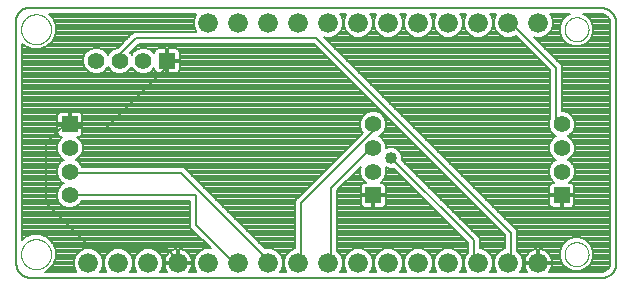
<source format=gtl>
G75*
%MOIN*%
%OFA0B0*%
%FSLAX25Y25*%
%IPPOS*%
%LPD*%
%AMOC8*
5,1,8,0,0,1.08239X$1,22.5*
%
%ADD10C,0.00000*%
%ADD11C,0.00800*%
%ADD12R,0.05550X0.05550*%
%ADD13C,0.05550*%
%ADD14C,0.06600*%
%ADD15C,0.04000*%
D10*
X0002991Y0009329D02*
X0002993Y0009470D01*
X0002999Y0009611D01*
X0003009Y0009751D01*
X0003023Y0009891D01*
X0003041Y0010031D01*
X0003062Y0010170D01*
X0003088Y0010309D01*
X0003117Y0010447D01*
X0003151Y0010583D01*
X0003188Y0010719D01*
X0003229Y0010854D01*
X0003274Y0010988D01*
X0003323Y0011120D01*
X0003375Y0011251D01*
X0003431Y0011380D01*
X0003491Y0011507D01*
X0003554Y0011633D01*
X0003620Y0011757D01*
X0003691Y0011880D01*
X0003764Y0012000D01*
X0003841Y0012118D01*
X0003921Y0012234D01*
X0004005Y0012347D01*
X0004091Y0012458D01*
X0004181Y0012567D01*
X0004274Y0012673D01*
X0004369Y0012776D01*
X0004468Y0012877D01*
X0004569Y0012975D01*
X0004673Y0013070D01*
X0004780Y0013162D01*
X0004889Y0013251D01*
X0005001Y0013336D01*
X0005115Y0013419D01*
X0005231Y0013499D01*
X0005350Y0013575D01*
X0005471Y0013647D01*
X0005593Y0013717D01*
X0005718Y0013782D01*
X0005844Y0013845D01*
X0005972Y0013903D01*
X0006102Y0013958D01*
X0006233Y0014010D01*
X0006366Y0014057D01*
X0006500Y0014101D01*
X0006635Y0014142D01*
X0006771Y0014178D01*
X0006908Y0014210D01*
X0007046Y0014239D01*
X0007184Y0014264D01*
X0007324Y0014284D01*
X0007464Y0014301D01*
X0007604Y0014314D01*
X0007745Y0014323D01*
X0007885Y0014328D01*
X0008026Y0014329D01*
X0008167Y0014326D01*
X0008308Y0014319D01*
X0008448Y0014308D01*
X0008588Y0014293D01*
X0008728Y0014274D01*
X0008867Y0014252D01*
X0009005Y0014225D01*
X0009143Y0014195D01*
X0009279Y0014160D01*
X0009415Y0014122D01*
X0009549Y0014080D01*
X0009683Y0014034D01*
X0009815Y0013985D01*
X0009945Y0013931D01*
X0010074Y0013874D01*
X0010201Y0013814D01*
X0010327Y0013750D01*
X0010450Y0013682D01*
X0010572Y0013611D01*
X0010692Y0013537D01*
X0010809Y0013459D01*
X0010924Y0013378D01*
X0011037Y0013294D01*
X0011148Y0013207D01*
X0011256Y0013116D01*
X0011361Y0013023D01*
X0011464Y0012926D01*
X0011564Y0012827D01*
X0011661Y0012725D01*
X0011755Y0012620D01*
X0011846Y0012513D01*
X0011934Y0012403D01*
X0012019Y0012291D01*
X0012101Y0012176D01*
X0012180Y0012059D01*
X0012255Y0011940D01*
X0012327Y0011819D01*
X0012395Y0011696D01*
X0012460Y0011571D01*
X0012522Y0011444D01*
X0012579Y0011315D01*
X0012634Y0011185D01*
X0012684Y0011054D01*
X0012731Y0010921D01*
X0012774Y0010787D01*
X0012813Y0010651D01*
X0012848Y0010515D01*
X0012880Y0010378D01*
X0012907Y0010240D01*
X0012931Y0010101D01*
X0012951Y0009961D01*
X0012967Y0009821D01*
X0012979Y0009681D01*
X0012987Y0009540D01*
X0012991Y0009399D01*
X0012991Y0009259D01*
X0012987Y0009118D01*
X0012979Y0008977D01*
X0012967Y0008837D01*
X0012951Y0008697D01*
X0012931Y0008557D01*
X0012907Y0008418D01*
X0012880Y0008280D01*
X0012848Y0008143D01*
X0012813Y0008007D01*
X0012774Y0007871D01*
X0012731Y0007737D01*
X0012684Y0007604D01*
X0012634Y0007473D01*
X0012579Y0007343D01*
X0012522Y0007214D01*
X0012460Y0007087D01*
X0012395Y0006962D01*
X0012327Y0006839D01*
X0012255Y0006718D01*
X0012180Y0006599D01*
X0012101Y0006482D01*
X0012019Y0006367D01*
X0011934Y0006255D01*
X0011846Y0006145D01*
X0011755Y0006038D01*
X0011661Y0005933D01*
X0011564Y0005831D01*
X0011464Y0005732D01*
X0011361Y0005635D01*
X0011256Y0005542D01*
X0011148Y0005451D01*
X0011037Y0005364D01*
X0010924Y0005280D01*
X0010809Y0005199D01*
X0010692Y0005121D01*
X0010572Y0005047D01*
X0010450Y0004976D01*
X0010327Y0004908D01*
X0010201Y0004844D01*
X0010074Y0004784D01*
X0009945Y0004727D01*
X0009815Y0004673D01*
X0009683Y0004624D01*
X0009549Y0004578D01*
X0009415Y0004536D01*
X0009279Y0004498D01*
X0009143Y0004463D01*
X0009005Y0004433D01*
X0008867Y0004406D01*
X0008728Y0004384D01*
X0008588Y0004365D01*
X0008448Y0004350D01*
X0008308Y0004339D01*
X0008167Y0004332D01*
X0008026Y0004329D01*
X0007885Y0004330D01*
X0007745Y0004335D01*
X0007604Y0004344D01*
X0007464Y0004357D01*
X0007324Y0004374D01*
X0007184Y0004394D01*
X0007046Y0004419D01*
X0006908Y0004448D01*
X0006771Y0004480D01*
X0006635Y0004516D01*
X0006500Y0004557D01*
X0006366Y0004601D01*
X0006233Y0004648D01*
X0006102Y0004700D01*
X0005972Y0004755D01*
X0005844Y0004813D01*
X0005718Y0004876D01*
X0005593Y0004941D01*
X0005471Y0005011D01*
X0005350Y0005083D01*
X0005231Y0005159D01*
X0005115Y0005239D01*
X0005001Y0005322D01*
X0004889Y0005407D01*
X0004780Y0005496D01*
X0004673Y0005588D01*
X0004569Y0005683D01*
X0004468Y0005781D01*
X0004369Y0005882D01*
X0004274Y0005985D01*
X0004181Y0006091D01*
X0004091Y0006200D01*
X0004005Y0006311D01*
X0003921Y0006424D01*
X0003841Y0006540D01*
X0003764Y0006658D01*
X0003691Y0006778D01*
X0003620Y0006901D01*
X0003554Y0007025D01*
X0003491Y0007151D01*
X0003431Y0007278D01*
X0003375Y0007407D01*
X0003323Y0007538D01*
X0003274Y0007670D01*
X0003229Y0007804D01*
X0003188Y0007939D01*
X0003151Y0008075D01*
X0003117Y0008211D01*
X0003088Y0008349D01*
X0003062Y0008488D01*
X0003041Y0008627D01*
X0003023Y0008767D01*
X0003009Y0008907D01*
X0002999Y0009047D01*
X0002993Y0009188D01*
X0002991Y0009329D01*
X0002991Y0084290D02*
X0002993Y0084431D01*
X0002999Y0084572D01*
X0003009Y0084712D01*
X0003023Y0084852D01*
X0003041Y0084992D01*
X0003062Y0085131D01*
X0003088Y0085270D01*
X0003117Y0085408D01*
X0003151Y0085544D01*
X0003188Y0085680D01*
X0003229Y0085815D01*
X0003274Y0085949D01*
X0003323Y0086081D01*
X0003375Y0086212D01*
X0003431Y0086341D01*
X0003491Y0086468D01*
X0003554Y0086594D01*
X0003620Y0086718D01*
X0003691Y0086841D01*
X0003764Y0086961D01*
X0003841Y0087079D01*
X0003921Y0087195D01*
X0004005Y0087308D01*
X0004091Y0087419D01*
X0004181Y0087528D01*
X0004274Y0087634D01*
X0004369Y0087737D01*
X0004468Y0087838D01*
X0004569Y0087936D01*
X0004673Y0088031D01*
X0004780Y0088123D01*
X0004889Y0088212D01*
X0005001Y0088297D01*
X0005115Y0088380D01*
X0005231Y0088460D01*
X0005350Y0088536D01*
X0005471Y0088608D01*
X0005593Y0088678D01*
X0005718Y0088743D01*
X0005844Y0088806D01*
X0005972Y0088864D01*
X0006102Y0088919D01*
X0006233Y0088971D01*
X0006366Y0089018D01*
X0006500Y0089062D01*
X0006635Y0089103D01*
X0006771Y0089139D01*
X0006908Y0089171D01*
X0007046Y0089200D01*
X0007184Y0089225D01*
X0007324Y0089245D01*
X0007464Y0089262D01*
X0007604Y0089275D01*
X0007745Y0089284D01*
X0007885Y0089289D01*
X0008026Y0089290D01*
X0008167Y0089287D01*
X0008308Y0089280D01*
X0008448Y0089269D01*
X0008588Y0089254D01*
X0008728Y0089235D01*
X0008867Y0089213D01*
X0009005Y0089186D01*
X0009143Y0089156D01*
X0009279Y0089121D01*
X0009415Y0089083D01*
X0009549Y0089041D01*
X0009683Y0088995D01*
X0009815Y0088946D01*
X0009945Y0088892D01*
X0010074Y0088835D01*
X0010201Y0088775D01*
X0010327Y0088711D01*
X0010450Y0088643D01*
X0010572Y0088572D01*
X0010692Y0088498D01*
X0010809Y0088420D01*
X0010924Y0088339D01*
X0011037Y0088255D01*
X0011148Y0088168D01*
X0011256Y0088077D01*
X0011361Y0087984D01*
X0011464Y0087887D01*
X0011564Y0087788D01*
X0011661Y0087686D01*
X0011755Y0087581D01*
X0011846Y0087474D01*
X0011934Y0087364D01*
X0012019Y0087252D01*
X0012101Y0087137D01*
X0012180Y0087020D01*
X0012255Y0086901D01*
X0012327Y0086780D01*
X0012395Y0086657D01*
X0012460Y0086532D01*
X0012522Y0086405D01*
X0012579Y0086276D01*
X0012634Y0086146D01*
X0012684Y0086015D01*
X0012731Y0085882D01*
X0012774Y0085748D01*
X0012813Y0085612D01*
X0012848Y0085476D01*
X0012880Y0085339D01*
X0012907Y0085201D01*
X0012931Y0085062D01*
X0012951Y0084922D01*
X0012967Y0084782D01*
X0012979Y0084642D01*
X0012987Y0084501D01*
X0012991Y0084360D01*
X0012991Y0084220D01*
X0012987Y0084079D01*
X0012979Y0083938D01*
X0012967Y0083798D01*
X0012951Y0083658D01*
X0012931Y0083518D01*
X0012907Y0083379D01*
X0012880Y0083241D01*
X0012848Y0083104D01*
X0012813Y0082968D01*
X0012774Y0082832D01*
X0012731Y0082698D01*
X0012684Y0082565D01*
X0012634Y0082434D01*
X0012579Y0082304D01*
X0012522Y0082175D01*
X0012460Y0082048D01*
X0012395Y0081923D01*
X0012327Y0081800D01*
X0012255Y0081679D01*
X0012180Y0081560D01*
X0012101Y0081443D01*
X0012019Y0081328D01*
X0011934Y0081216D01*
X0011846Y0081106D01*
X0011755Y0080999D01*
X0011661Y0080894D01*
X0011564Y0080792D01*
X0011464Y0080693D01*
X0011361Y0080596D01*
X0011256Y0080503D01*
X0011148Y0080412D01*
X0011037Y0080325D01*
X0010924Y0080241D01*
X0010809Y0080160D01*
X0010692Y0080082D01*
X0010572Y0080008D01*
X0010450Y0079937D01*
X0010327Y0079869D01*
X0010201Y0079805D01*
X0010074Y0079745D01*
X0009945Y0079688D01*
X0009815Y0079634D01*
X0009683Y0079585D01*
X0009549Y0079539D01*
X0009415Y0079497D01*
X0009279Y0079459D01*
X0009143Y0079424D01*
X0009005Y0079394D01*
X0008867Y0079367D01*
X0008728Y0079345D01*
X0008588Y0079326D01*
X0008448Y0079311D01*
X0008308Y0079300D01*
X0008167Y0079293D01*
X0008026Y0079290D01*
X0007885Y0079291D01*
X0007745Y0079296D01*
X0007604Y0079305D01*
X0007464Y0079318D01*
X0007324Y0079335D01*
X0007184Y0079355D01*
X0007046Y0079380D01*
X0006908Y0079409D01*
X0006771Y0079441D01*
X0006635Y0079477D01*
X0006500Y0079518D01*
X0006366Y0079562D01*
X0006233Y0079609D01*
X0006102Y0079661D01*
X0005972Y0079716D01*
X0005844Y0079774D01*
X0005718Y0079837D01*
X0005593Y0079902D01*
X0005471Y0079972D01*
X0005350Y0080044D01*
X0005231Y0080120D01*
X0005115Y0080200D01*
X0005001Y0080283D01*
X0004889Y0080368D01*
X0004780Y0080457D01*
X0004673Y0080549D01*
X0004569Y0080644D01*
X0004468Y0080742D01*
X0004369Y0080843D01*
X0004274Y0080946D01*
X0004181Y0081052D01*
X0004091Y0081161D01*
X0004005Y0081272D01*
X0003921Y0081385D01*
X0003841Y0081501D01*
X0003764Y0081619D01*
X0003691Y0081739D01*
X0003620Y0081862D01*
X0003554Y0081986D01*
X0003491Y0082112D01*
X0003431Y0082239D01*
X0003375Y0082368D01*
X0003323Y0082499D01*
X0003274Y0082631D01*
X0003229Y0082765D01*
X0003188Y0082900D01*
X0003151Y0083036D01*
X0003117Y0083172D01*
X0003088Y0083310D01*
X0003062Y0083449D01*
X0003041Y0083588D01*
X0003023Y0083728D01*
X0003009Y0083868D01*
X0002999Y0084008D01*
X0002993Y0084149D01*
X0002991Y0084290D01*
X0184156Y0084290D02*
X0184158Y0084416D01*
X0184164Y0084542D01*
X0184174Y0084668D01*
X0184188Y0084794D01*
X0184206Y0084919D01*
X0184228Y0085043D01*
X0184253Y0085167D01*
X0184283Y0085290D01*
X0184316Y0085411D01*
X0184354Y0085532D01*
X0184395Y0085651D01*
X0184440Y0085770D01*
X0184488Y0085886D01*
X0184540Y0086001D01*
X0184596Y0086114D01*
X0184656Y0086226D01*
X0184719Y0086335D01*
X0184785Y0086443D01*
X0184854Y0086548D01*
X0184927Y0086651D01*
X0185004Y0086752D01*
X0185083Y0086850D01*
X0185165Y0086946D01*
X0185251Y0087039D01*
X0185339Y0087130D01*
X0185430Y0087217D01*
X0185524Y0087302D01*
X0185620Y0087383D01*
X0185719Y0087462D01*
X0185820Y0087537D01*
X0185924Y0087609D01*
X0186030Y0087678D01*
X0186138Y0087744D01*
X0186248Y0087806D01*
X0186360Y0087864D01*
X0186473Y0087919D01*
X0186589Y0087970D01*
X0186706Y0088018D01*
X0186824Y0088062D01*
X0186944Y0088102D01*
X0187065Y0088138D01*
X0187187Y0088171D01*
X0187310Y0088200D01*
X0187434Y0088224D01*
X0187558Y0088245D01*
X0187683Y0088262D01*
X0187809Y0088275D01*
X0187935Y0088284D01*
X0188061Y0088289D01*
X0188188Y0088290D01*
X0188314Y0088287D01*
X0188440Y0088280D01*
X0188566Y0088269D01*
X0188691Y0088254D01*
X0188816Y0088235D01*
X0188940Y0088212D01*
X0189064Y0088186D01*
X0189186Y0088155D01*
X0189308Y0088121D01*
X0189428Y0088082D01*
X0189547Y0088040D01*
X0189665Y0087995D01*
X0189781Y0087945D01*
X0189896Y0087892D01*
X0190008Y0087835D01*
X0190119Y0087775D01*
X0190228Y0087711D01*
X0190335Y0087644D01*
X0190440Y0087574D01*
X0190543Y0087500D01*
X0190643Y0087423D01*
X0190741Y0087343D01*
X0190836Y0087260D01*
X0190928Y0087174D01*
X0191018Y0087085D01*
X0191105Y0086993D01*
X0191188Y0086899D01*
X0191269Y0086802D01*
X0191347Y0086702D01*
X0191422Y0086600D01*
X0191493Y0086496D01*
X0191561Y0086389D01*
X0191625Y0086281D01*
X0191686Y0086170D01*
X0191744Y0086058D01*
X0191798Y0085944D01*
X0191848Y0085828D01*
X0191895Y0085711D01*
X0191938Y0085592D01*
X0191977Y0085472D01*
X0192013Y0085351D01*
X0192044Y0085228D01*
X0192072Y0085105D01*
X0192096Y0084981D01*
X0192116Y0084856D01*
X0192132Y0084731D01*
X0192144Y0084605D01*
X0192152Y0084479D01*
X0192156Y0084353D01*
X0192156Y0084227D01*
X0192152Y0084101D01*
X0192144Y0083975D01*
X0192132Y0083849D01*
X0192116Y0083724D01*
X0192096Y0083599D01*
X0192072Y0083475D01*
X0192044Y0083352D01*
X0192013Y0083229D01*
X0191977Y0083108D01*
X0191938Y0082988D01*
X0191895Y0082869D01*
X0191848Y0082752D01*
X0191798Y0082636D01*
X0191744Y0082522D01*
X0191686Y0082410D01*
X0191625Y0082299D01*
X0191561Y0082191D01*
X0191493Y0082084D01*
X0191422Y0081980D01*
X0191347Y0081878D01*
X0191269Y0081778D01*
X0191188Y0081681D01*
X0191105Y0081587D01*
X0191018Y0081495D01*
X0190928Y0081406D01*
X0190836Y0081320D01*
X0190741Y0081237D01*
X0190643Y0081157D01*
X0190543Y0081080D01*
X0190440Y0081006D01*
X0190335Y0080936D01*
X0190228Y0080869D01*
X0190119Y0080805D01*
X0190008Y0080745D01*
X0189896Y0080688D01*
X0189781Y0080635D01*
X0189665Y0080585D01*
X0189547Y0080540D01*
X0189428Y0080498D01*
X0189308Y0080459D01*
X0189186Y0080425D01*
X0189064Y0080394D01*
X0188940Y0080368D01*
X0188816Y0080345D01*
X0188691Y0080326D01*
X0188566Y0080311D01*
X0188440Y0080300D01*
X0188314Y0080293D01*
X0188188Y0080290D01*
X0188061Y0080291D01*
X0187935Y0080296D01*
X0187809Y0080305D01*
X0187683Y0080318D01*
X0187558Y0080335D01*
X0187434Y0080356D01*
X0187310Y0080380D01*
X0187187Y0080409D01*
X0187065Y0080442D01*
X0186944Y0080478D01*
X0186824Y0080518D01*
X0186706Y0080562D01*
X0186589Y0080610D01*
X0186473Y0080661D01*
X0186360Y0080716D01*
X0186248Y0080774D01*
X0186138Y0080836D01*
X0186030Y0080902D01*
X0185924Y0080971D01*
X0185820Y0081043D01*
X0185719Y0081118D01*
X0185620Y0081197D01*
X0185524Y0081278D01*
X0185430Y0081363D01*
X0185339Y0081450D01*
X0185251Y0081541D01*
X0185165Y0081634D01*
X0185083Y0081730D01*
X0185004Y0081828D01*
X0184927Y0081929D01*
X0184854Y0082032D01*
X0184785Y0082137D01*
X0184719Y0082245D01*
X0184656Y0082354D01*
X0184596Y0082466D01*
X0184540Y0082579D01*
X0184488Y0082694D01*
X0184440Y0082810D01*
X0184395Y0082929D01*
X0184354Y0083048D01*
X0184316Y0083169D01*
X0184283Y0083290D01*
X0184253Y0083413D01*
X0184228Y0083537D01*
X0184206Y0083661D01*
X0184188Y0083786D01*
X0184174Y0083912D01*
X0184164Y0084038D01*
X0184158Y0084164D01*
X0184156Y0084290D01*
X0184156Y0009329D02*
X0184158Y0009455D01*
X0184164Y0009581D01*
X0184174Y0009707D01*
X0184188Y0009833D01*
X0184206Y0009958D01*
X0184228Y0010082D01*
X0184253Y0010206D01*
X0184283Y0010329D01*
X0184316Y0010450D01*
X0184354Y0010571D01*
X0184395Y0010690D01*
X0184440Y0010809D01*
X0184488Y0010925D01*
X0184540Y0011040D01*
X0184596Y0011153D01*
X0184656Y0011265D01*
X0184719Y0011374D01*
X0184785Y0011482D01*
X0184854Y0011587D01*
X0184927Y0011690D01*
X0185004Y0011791D01*
X0185083Y0011889D01*
X0185165Y0011985D01*
X0185251Y0012078D01*
X0185339Y0012169D01*
X0185430Y0012256D01*
X0185524Y0012341D01*
X0185620Y0012422D01*
X0185719Y0012501D01*
X0185820Y0012576D01*
X0185924Y0012648D01*
X0186030Y0012717D01*
X0186138Y0012783D01*
X0186248Y0012845D01*
X0186360Y0012903D01*
X0186473Y0012958D01*
X0186589Y0013009D01*
X0186706Y0013057D01*
X0186824Y0013101D01*
X0186944Y0013141D01*
X0187065Y0013177D01*
X0187187Y0013210D01*
X0187310Y0013239D01*
X0187434Y0013263D01*
X0187558Y0013284D01*
X0187683Y0013301D01*
X0187809Y0013314D01*
X0187935Y0013323D01*
X0188061Y0013328D01*
X0188188Y0013329D01*
X0188314Y0013326D01*
X0188440Y0013319D01*
X0188566Y0013308D01*
X0188691Y0013293D01*
X0188816Y0013274D01*
X0188940Y0013251D01*
X0189064Y0013225D01*
X0189186Y0013194D01*
X0189308Y0013160D01*
X0189428Y0013121D01*
X0189547Y0013079D01*
X0189665Y0013034D01*
X0189781Y0012984D01*
X0189896Y0012931D01*
X0190008Y0012874D01*
X0190119Y0012814D01*
X0190228Y0012750D01*
X0190335Y0012683D01*
X0190440Y0012613D01*
X0190543Y0012539D01*
X0190643Y0012462D01*
X0190741Y0012382D01*
X0190836Y0012299D01*
X0190928Y0012213D01*
X0191018Y0012124D01*
X0191105Y0012032D01*
X0191188Y0011938D01*
X0191269Y0011841D01*
X0191347Y0011741D01*
X0191422Y0011639D01*
X0191493Y0011535D01*
X0191561Y0011428D01*
X0191625Y0011320D01*
X0191686Y0011209D01*
X0191744Y0011097D01*
X0191798Y0010983D01*
X0191848Y0010867D01*
X0191895Y0010750D01*
X0191938Y0010631D01*
X0191977Y0010511D01*
X0192013Y0010390D01*
X0192044Y0010267D01*
X0192072Y0010144D01*
X0192096Y0010020D01*
X0192116Y0009895D01*
X0192132Y0009770D01*
X0192144Y0009644D01*
X0192152Y0009518D01*
X0192156Y0009392D01*
X0192156Y0009266D01*
X0192152Y0009140D01*
X0192144Y0009014D01*
X0192132Y0008888D01*
X0192116Y0008763D01*
X0192096Y0008638D01*
X0192072Y0008514D01*
X0192044Y0008391D01*
X0192013Y0008268D01*
X0191977Y0008147D01*
X0191938Y0008027D01*
X0191895Y0007908D01*
X0191848Y0007791D01*
X0191798Y0007675D01*
X0191744Y0007561D01*
X0191686Y0007449D01*
X0191625Y0007338D01*
X0191561Y0007230D01*
X0191493Y0007123D01*
X0191422Y0007019D01*
X0191347Y0006917D01*
X0191269Y0006817D01*
X0191188Y0006720D01*
X0191105Y0006626D01*
X0191018Y0006534D01*
X0190928Y0006445D01*
X0190836Y0006359D01*
X0190741Y0006276D01*
X0190643Y0006196D01*
X0190543Y0006119D01*
X0190440Y0006045D01*
X0190335Y0005975D01*
X0190228Y0005908D01*
X0190119Y0005844D01*
X0190008Y0005784D01*
X0189896Y0005727D01*
X0189781Y0005674D01*
X0189665Y0005624D01*
X0189547Y0005579D01*
X0189428Y0005537D01*
X0189308Y0005498D01*
X0189186Y0005464D01*
X0189064Y0005433D01*
X0188940Y0005407D01*
X0188816Y0005384D01*
X0188691Y0005365D01*
X0188566Y0005350D01*
X0188440Y0005339D01*
X0188314Y0005332D01*
X0188188Y0005329D01*
X0188061Y0005330D01*
X0187935Y0005335D01*
X0187809Y0005344D01*
X0187683Y0005357D01*
X0187558Y0005374D01*
X0187434Y0005395D01*
X0187310Y0005419D01*
X0187187Y0005448D01*
X0187065Y0005481D01*
X0186944Y0005517D01*
X0186824Y0005557D01*
X0186706Y0005601D01*
X0186589Y0005649D01*
X0186473Y0005700D01*
X0186360Y0005755D01*
X0186248Y0005813D01*
X0186138Y0005875D01*
X0186030Y0005941D01*
X0185924Y0006010D01*
X0185820Y0006082D01*
X0185719Y0006157D01*
X0185620Y0006236D01*
X0185524Y0006317D01*
X0185430Y0006402D01*
X0185339Y0006489D01*
X0185251Y0006580D01*
X0185165Y0006673D01*
X0185083Y0006769D01*
X0185004Y0006867D01*
X0184927Y0006968D01*
X0184854Y0007071D01*
X0184785Y0007176D01*
X0184719Y0007284D01*
X0184656Y0007393D01*
X0184596Y0007505D01*
X0184540Y0007618D01*
X0184488Y0007733D01*
X0184440Y0007849D01*
X0184395Y0007968D01*
X0184354Y0008087D01*
X0184316Y0008208D01*
X0184283Y0008329D01*
X0184253Y0008452D01*
X0184228Y0008576D01*
X0184206Y0008700D01*
X0184188Y0008825D01*
X0184174Y0008951D01*
X0184164Y0009077D01*
X0184158Y0009203D01*
X0184156Y0009329D01*
D11*
X0196400Y0001400D02*
X0006400Y0001400D01*
X0010923Y0003400D02*
X0011729Y0003734D01*
X0013586Y0005591D01*
X0014591Y0008016D01*
X0014591Y0010642D01*
X0013586Y0013068D01*
X0011729Y0014924D01*
X0009303Y0015929D01*
X0006678Y0015929D01*
X0004252Y0014924D01*
X0003400Y0014072D01*
X0003400Y0079547D01*
X0004252Y0078695D01*
X0006678Y0077690D01*
X0009303Y0077690D01*
X0011729Y0078695D01*
X0013586Y0080551D01*
X0014591Y0082977D01*
X0014591Y0085603D01*
X0013586Y0088028D01*
X0012214Y0089400D01*
X0061470Y0089400D01*
X0061246Y0089176D01*
X0060500Y0087375D01*
X0060500Y0085425D01*
X0061246Y0083624D01*
X0061470Y0083400D01*
X0040572Y0083400D01*
X0039400Y0082228D01*
X0035340Y0078168D01*
X0035026Y0078168D01*
X0033418Y0077502D01*
X0032187Y0076272D01*
X0031959Y0075721D01*
X0031731Y0076272D01*
X0030500Y0077502D01*
X0028892Y0078168D01*
X0027152Y0078168D01*
X0025544Y0077502D01*
X0024313Y0076272D01*
X0023647Y0074664D01*
X0023647Y0072923D01*
X0024313Y0071316D01*
X0025544Y0070085D01*
X0027152Y0069419D01*
X0028892Y0069419D01*
X0030500Y0070085D01*
X0031731Y0071316D01*
X0031959Y0071867D01*
X0032187Y0071316D01*
X0033418Y0070085D01*
X0035026Y0069419D01*
X0036766Y0069419D01*
X0038374Y0070085D01*
X0039605Y0071316D01*
X0039833Y0071867D01*
X0040061Y0071316D01*
X0041292Y0070085D01*
X0042900Y0069419D01*
X0044640Y0069419D01*
X0046248Y0070085D01*
X0047469Y0071306D01*
X0047469Y0070835D01*
X0047565Y0070479D01*
X0047749Y0070159D01*
X0048010Y0069899D01*
X0048329Y0069714D01*
X0048685Y0069619D01*
X0051257Y0069619D01*
X0051257Y0073406D01*
X0052031Y0073406D01*
X0052031Y0069619D01*
X0054603Y0069619D01*
X0054959Y0069714D01*
X0055279Y0069899D01*
X0055539Y0070159D01*
X0055723Y0070479D01*
X0055819Y0070835D01*
X0055819Y0073406D01*
X0052032Y0073406D01*
X0052032Y0074181D01*
X0055819Y0074181D01*
X0055819Y0076753D01*
X0055723Y0077109D01*
X0055539Y0077428D01*
X0055279Y0077689D01*
X0054959Y0077873D01*
X0054603Y0077968D01*
X0052031Y0077968D01*
X0052031Y0074181D01*
X0051257Y0074181D01*
X0051257Y0077968D01*
X0048685Y0077968D01*
X0048329Y0077873D01*
X0048010Y0077689D01*
X0047749Y0077428D01*
X0047565Y0077109D01*
X0047469Y0076753D01*
X0047469Y0076281D01*
X0046248Y0077502D01*
X0044640Y0078168D01*
X0042900Y0078168D01*
X0041292Y0077502D01*
X0040061Y0076272D01*
X0039833Y0075721D01*
X0039605Y0076272D01*
X0039353Y0076524D01*
X0042228Y0079400D01*
X0100572Y0079400D01*
X0164400Y0015572D01*
X0155057Y0015572D01*
X0154728Y0015900D02*
X0155900Y0014728D01*
X0155900Y0011300D01*
X0156375Y0011300D01*
X0158176Y0010554D01*
X0159554Y0009176D01*
X0160300Y0007375D01*
X0160300Y0005425D01*
X0159554Y0003624D01*
X0159330Y0003400D01*
X0161470Y0003400D01*
X0161246Y0003624D01*
X0160500Y0005425D01*
X0160500Y0007375D01*
X0161246Y0009176D01*
X0162624Y0010554D01*
X0164400Y0011289D01*
X0164400Y0015572D01*
X0164400Y0014773D02*
X0155855Y0014773D01*
X0155900Y0013975D02*
X0164400Y0013975D01*
X0164400Y0013176D02*
X0155900Y0013176D01*
X0155900Y0012378D02*
X0164400Y0012378D01*
X0164400Y0011579D02*
X0155900Y0011579D01*
X0157628Y0010781D02*
X0163172Y0010781D01*
X0162052Y0009982D02*
X0158747Y0009982D01*
X0159546Y0009184D02*
X0161254Y0009184D01*
X0160919Y0008385D02*
X0159881Y0008385D01*
X0160212Y0007587D02*
X0160588Y0007587D01*
X0160500Y0006788D02*
X0160300Y0006788D01*
X0160300Y0005990D02*
X0160500Y0005990D01*
X0160597Y0005191D02*
X0160203Y0005191D01*
X0159872Y0004393D02*
X0160928Y0004393D01*
X0161276Y0003594D02*
X0159524Y0003594D01*
X0155400Y0006400D02*
X0153900Y0006400D01*
X0153900Y0013900D01*
X0126400Y0041400D01*
X0129749Y0042721D02*
X0137250Y0042721D01*
X0136452Y0043520D02*
X0129372Y0043520D01*
X0129452Y0043439D02*
X0128439Y0044452D01*
X0127116Y0045000D01*
X0125684Y0045000D01*
X0124775Y0044623D01*
X0124775Y0045601D01*
X0124109Y0047209D01*
X0122878Y0048439D01*
X0122327Y0048668D01*
X0122878Y0048896D01*
X0124109Y0050127D01*
X0124775Y0051735D01*
X0124775Y0053475D01*
X0124109Y0055083D01*
X0122878Y0056313D01*
X0121270Y0056980D01*
X0119530Y0056980D01*
X0117922Y0056313D01*
X0116691Y0055083D01*
X0116025Y0053475D01*
X0116025Y0051735D01*
X0116691Y0050127D01*
X0116995Y0049823D01*
X0095572Y0028400D01*
X0094400Y0027228D01*
X0094400Y0011289D01*
X0092624Y0010554D01*
X0091246Y0009176D01*
X0090500Y0007375D01*
X0090500Y0005425D01*
X0091246Y0003624D01*
X0091470Y0003400D01*
X0089330Y0003400D01*
X0089554Y0003624D01*
X0090300Y0005425D01*
X0090300Y0007375D01*
X0089554Y0009176D01*
X0088176Y0010554D01*
X0086375Y0011300D01*
X0084425Y0011300D01*
X0084357Y0011272D01*
X0057228Y0038400D01*
X0023354Y0038400D01*
X0022967Y0039335D01*
X0021736Y0040565D01*
X0021185Y0040794D01*
X0021736Y0041022D01*
X0022967Y0042253D01*
X0023633Y0043860D01*
X0023633Y0045601D01*
X0022967Y0047209D01*
X0021746Y0048430D01*
X0022217Y0048430D01*
X0022573Y0048525D01*
X0022893Y0048710D01*
X0023153Y0048970D01*
X0023338Y0049290D01*
X0023433Y0049646D01*
X0023433Y0052217D01*
X0019646Y0052217D01*
X0019646Y0052992D01*
X0023433Y0052992D01*
X0023433Y0055564D01*
X0023338Y0055920D01*
X0023153Y0056239D01*
X0022893Y0056500D01*
X0022573Y0056684D01*
X0022217Y0056780D01*
X0019646Y0056780D01*
X0019646Y0052992D01*
X0018871Y0052992D01*
X0018871Y0052217D01*
X0015083Y0052217D01*
X0015083Y0049646D01*
X0015179Y0049290D01*
X0015363Y0048970D01*
X0015624Y0048710D01*
X0015943Y0048525D01*
X0016299Y0048430D01*
X0016771Y0048430D01*
X0015549Y0047209D01*
X0014883Y0045601D01*
X0014883Y0043860D01*
X0015549Y0042253D01*
X0016780Y0041022D01*
X0017331Y0040794D01*
X0016780Y0040565D01*
X0015549Y0039335D01*
X0014883Y0037727D01*
X0014883Y0035986D01*
X0015549Y0034379D01*
X0016780Y0033148D01*
X0017331Y0032920D01*
X0016780Y0032691D01*
X0015549Y0031461D01*
X0014883Y0029853D01*
X0014883Y0028112D01*
X0015549Y0026505D01*
X0016780Y0025274D01*
X0018388Y0024608D01*
X0020128Y0024608D01*
X0021736Y0025274D01*
X0022967Y0026505D01*
X0023131Y0026900D01*
X0059400Y0026900D01*
X0059400Y0018072D01*
X0066172Y0011300D01*
X0064425Y0011300D01*
X0062624Y0010554D01*
X0061246Y0009176D01*
X0060500Y0007375D01*
X0060500Y0005425D01*
X0061246Y0003624D01*
X0061470Y0003400D01*
X0059030Y0003400D01*
X0059420Y0003937D01*
X0059756Y0004596D01*
X0059984Y0005299D01*
X0060095Y0006000D01*
X0055800Y0006000D01*
X0055800Y0006800D01*
X0055000Y0006800D01*
X0055000Y0011095D01*
X0054299Y0010984D01*
X0053596Y0010756D01*
X0052937Y0010420D01*
X0052338Y0009985D01*
X0051815Y0009462D01*
X0051380Y0008863D01*
X0051044Y0008204D01*
X0050816Y0007501D01*
X0050705Y0006800D01*
X0055000Y0006800D01*
X0055000Y0006000D01*
X0050705Y0006000D01*
X0050816Y0005299D01*
X0051044Y0004596D01*
X0051380Y0003937D01*
X0051770Y0003400D01*
X0049330Y0003400D01*
X0049554Y0003624D01*
X0050300Y0005425D01*
X0050300Y0007375D01*
X0049554Y0009176D01*
X0048176Y0010554D01*
X0046375Y0011300D01*
X0044425Y0011300D01*
X0042624Y0010554D01*
X0041246Y0009176D01*
X0040500Y0007375D01*
X0040500Y0005425D01*
X0041246Y0003624D01*
X0041470Y0003400D01*
X0039330Y0003400D01*
X0039554Y0003624D01*
X0040300Y0005425D01*
X0040300Y0007375D01*
X0039554Y0009176D01*
X0038176Y0010554D01*
X0036375Y0011300D01*
X0034425Y0011300D01*
X0032624Y0010554D01*
X0031246Y0009176D01*
X0030500Y0007375D01*
X0030500Y0005425D01*
X0031246Y0003624D01*
X0031470Y0003400D01*
X0029330Y0003400D01*
X0029554Y0003624D01*
X0030300Y0005425D01*
X0030300Y0007375D01*
X0029554Y0009176D01*
X0028176Y0010554D01*
X0026375Y0011300D01*
X0024425Y0011300D01*
X0022624Y0010554D01*
X0021246Y0009176D01*
X0020500Y0007375D01*
X0020500Y0005425D01*
X0021246Y0003624D01*
X0021470Y0003400D01*
X0010923Y0003400D01*
X0011391Y0003594D02*
X0021276Y0003594D01*
X0020928Y0004393D02*
X0012388Y0004393D01*
X0013186Y0005191D02*
X0020597Y0005191D01*
X0020500Y0005990D02*
X0013751Y0005990D01*
X0014082Y0006788D02*
X0020500Y0006788D01*
X0020588Y0007587D02*
X0014413Y0007587D01*
X0014591Y0008385D02*
X0020919Y0008385D01*
X0021254Y0009184D02*
X0014591Y0009184D01*
X0014591Y0009982D02*
X0022052Y0009982D01*
X0023172Y0010781D02*
X0014533Y0010781D01*
X0014202Y0011579D02*
X0065892Y0011579D01*
X0065094Y0012378D02*
X0013872Y0012378D01*
X0013477Y0013176D02*
X0064295Y0013176D01*
X0063497Y0013975D02*
X0012679Y0013975D01*
X0011880Y0014773D02*
X0062698Y0014773D01*
X0061900Y0015572D02*
X0010166Y0015572D01*
X0005815Y0015572D02*
X0003400Y0015572D01*
X0003400Y0016370D02*
X0061101Y0016370D01*
X0060303Y0017169D02*
X0003400Y0017169D01*
X0003400Y0017967D02*
X0059504Y0017967D01*
X0059400Y0018766D02*
X0003400Y0018766D01*
X0003400Y0019564D02*
X0059400Y0019564D01*
X0059400Y0020363D02*
X0003400Y0020363D01*
X0003400Y0021161D02*
X0059400Y0021161D01*
X0059400Y0021960D02*
X0003400Y0021960D01*
X0003400Y0022758D02*
X0059400Y0022758D01*
X0059400Y0023557D02*
X0003400Y0023557D01*
X0003400Y0024355D02*
X0059400Y0024355D01*
X0059400Y0025154D02*
X0021447Y0025154D01*
X0022415Y0025952D02*
X0059400Y0025952D01*
X0059400Y0026751D02*
X0023069Y0026751D01*
X0021400Y0028900D02*
X0019258Y0028983D01*
X0021400Y0028900D02*
X0061400Y0028900D01*
X0061400Y0018900D01*
X0073900Y0006400D01*
X0075400Y0006400D01*
X0085400Y0006400D02*
X0086400Y0006400D01*
X0056400Y0036400D01*
X0021400Y0036400D01*
X0019258Y0036857D01*
X0015298Y0038729D02*
X0003400Y0038729D01*
X0003400Y0039527D02*
X0015742Y0039527D01*
X0016540Y0040326D02*
X0003400Y0040326D01*
X0003400Y0041124D02*
X0016678Y0041124D01*
X0015879Y0041923D02*
X0003400Y0041923D01*
X0003400Y0042721D02*
X0015355Y0042721D01*
X0015025Y0043520D02*
X0003400Y0043520D01*
X0003400Y0044318D02*
X0014883Y0044318D01*
X0014883Y0045117D02*
X0003400Y0045117D01*
X0003400Y0045915D02*
X0015014Y0045915D01*
X0015344Y0046714D02*
X0003400Y0046714D01*
X0003400Y0047512D02*
X0015853Y0047512D01*
X0016651Y0048311D02*
X0003400Y0048311D01*
X0003400Y0049109D02*
X0015283Y0049109D01*
X0015083Y0049908D02*
X0003400Y0049908D01*
X0003400Y0050706D02*
X0015083Y0050706D01*
X0015083Y0051505D02*
X0003400Y0051505D01*
X0003400Y0052303D02*
X0018871Y0052303D01*
X0019258Y0052605D02*
X0021400Y0051400D01*
X0016400Y0051400D01*
X0011400Y0046400D01*
X0011400Y0026400D01*
X0026400Y0011400D01*
X0051400Y0011400D01*
X0056400Y0006400D01*
X0055400Y0006400D01*
X0055800Y0006788D02*
X0060500Y0006788D01*
X0060095Y0006800D02*
X0059984Y0007501D01*
X0059756Y0008204D01*
X0059420Y0008863D01*
X0058985Y0009462D01*
X0058462Y0009985D01*
X0057863Y0010420D01*
X0057204Y0010756D01*
X0056501Y0010984D01*
X0055800Y0011095D01*
X0055800Y0006800D01*
X0060095Y0006800D01*
X0059956Y0007587D02*
X0060588Y0007587D01*
X0060919Y0008385D02*
X0059663Y0008385D01*
X0059187Y0009184D02*
X0061254Y0009184D01*
X0062052Y0009982D02*
X0058465Y0009982D01*
X0057127Y0010781D02*
X0063172Y0010781D01*
X0055800Y0010781D02*
X0055000Y0010781D01*
X0055000Y0009982D02*
X0055800Y0009982D01*
X0055800Y0009184D02*
X0055000Y0009184D01*
X0055000Y0008385D02*
X0055800Y0008385D01*
X0055800Y0007587D02*
X0055000Y0007587D01*
X0055000Y0006788D02*
X0050300Y0006788D01*
X0050300Y0005990D02*
X0050706Y0005990D01*
X0050851Y0005191D02*
X0050203Y0005191D01*
X0049872Y0004393D02*
X0051148Y0004393D01*
X0051629Y0003594D02*
X0049524Y0003594D01*
X0041276Y0003594D02*
X0039524Y0003594D01*
X0039872Y0004393D02*
X0040928Y0004393D01*
X0040597Y0005191D02*
X0040203Y0005191D01*
X0040300Y0005990D02*
X0040500Y0005990D01*
X0040500Y0006788D02*
X0040300Y0006788D01*
X0040212Y0007587D02*
X0040588Y0007587D01*
X0040919Y0008385D02*
X0039881Y0008385D01*
X0039546Y0009184D02*
X0041254Y0009184D01*
X0042052Y0009982D02*
X0038747Y0009982D01*
X0037628Y0010781D02*
X0043172Y0010781D01*
X0047628Y0010781D02*
X0053673Y0010781D01*
X0052335Y0009982D02*
X0048747Y0009982D01*
X0049546Y0009184D02*
X0051613Y0009184D01*
X0051137Y0008385D02*
X0049881Y0008385D01*
X0050212Y0007587D02*
X0050844Y0007587D01*
X0059652Y0004393D02*
X0060928Y0004393D01*
X0060597Y0005191D02*
X0059949Y0005191D01*
X0060094Y0005990D02*
X0060500Y0005990D01*
X0061276Y0003594D02*
X0059171Y0003594D01*
X0082452Y0013176D02*
X0094400Y0013176D01*
X0094400Y0012378D02*
X0083251Y0012378D01*
X0084049Y0011579D02*
X0094400Y0011579D01*
X0093172Y0010781D02*
X0087628Y0010781D01*
X0088747Y0009982D02*
X0092052Y0009982D01*
X0091254Y0009184D02*
X0089546Y0009184D01*
X0089881Y0008385D02*
X0090919Y0008385D01*
X0090588Y0007587D02*
X0090212Y0007587D01*
X0090300Y0006788D02*
X0090500Y0006788D01*
X0090500Y0005990D02*
X0090300Y0005990D01*
X0090203Y0005191D02*
X0090597Y0005191D01*
X0090928Y0004393D02*
X0089872Y0004393D01*
X0089524Y0003594D02*
X0091276Y0003594D01*
X0095400Y0006400D02*
X0096400Y0006400D01*
X0096400Y0026400D01*
X0121400Y0051400D01*
X0120400Y0052605D01*
X0124349Y0050706D02*
X0129265Y0050706D01*
X0128467Y0051505D02*
X0124680Y0051505D01*
X0124775Y0052303D02*
X0127668Y0052303D01*
X0126870Y0053102D02*
X0124775Y0053102D01*
X0124599Y0053900D02*
X0126071Y0053900D01*
X0125273Y0054699D02*
X0124268Y0054699D01*
X0124474Y0055497D02*
X0123694Y0055497D01*
X0123676Y0056296D02*
X0122896Y0056296D01*
X0122877Y0057094D02*
X0003400Y0057094D01*
X0003400Y0056296D02*
X0015420Y0056296D01*
X0015363Y0056239D02*
X0015179Y0055920D01*
X0015083Y0055564D01*
X0015083Y0052992D01*
X0018871Y0052992D01*
X0018871Y0056780D01*
X0016299Y0056780D01*
X0015943Y0056684D01*
X0015624Y0056500D01*
X0015363Y0056239D01*
X0015083Y0055497D02*
X0003400Y0055497D01*
X0003400Y0054699D02*
X0015083Y0054699D01*
X0015083Y0053900D02*
X0003400Y0053900D01*
X0003400Y0053102D02*
X0015083Y0053102D01*
X0018871Y0053102D02*
X0019646Y0053102D01*
X0019646Y0053900D02*
X0018871Y0053900D01*
X0018871Y0054699D02*
X0019646Y0054699D01*
X0019646Y0055497D02*
X0018871Y0055497D01*
X0018871Y0056296D02*
X0019646Y0056296D01*
X0023097Y0056296D02*
X0117904Y0056296D01*
X0117106Y0055497D02*
X0023433Y0055497D01*
X0023433Y0054699D02*
X0116532Y0054699D01*
X0116201Y0053900D02*
X0023433Y0053900D01*
X0023433Y0053102D02*
X0116025Y0053102D01*
X0116025Y0052303D02*
X0019646Y0052303D01*
X0021400Y0051400D02*
X0031400Y0051400D01*
X0051400Y0071400D01*
X0051644Y0073794D01*
X0052032Y0073863D02*
X0106109Y0073863D01*
X0106907Y0073065D02*
X0055819Y0073065D01*
X0055819Y0072266D02*
X0107706Y0072266D01*
X0108504Y0071468D02*
X0055819Y0071468D01*
X0055775Y0070669D02*
X0109303Y0070669D01*
X0110101Y0069870D02*
X0055230Y0069870D01*
X0052031Y0069870D02*
X0051257Y0069870D01*
X0051257Y0070669D02*
X0052031Y0070669D01*
X0052031Y0071468D02*
X0051257Y0071468D01*
X0051257Y0072266D02*
X0052031Y0072266D01*
X0052031Y0073065D02*
X0051257Y0073065D01*
X0051257Y0074662D02*
X0052031Y0074662D01*
X0052031Y0075460D02*
X0051257Y0075460D01*
X0051257Y0076259D02*
X0052031Y0076259D01*
X0052031Y0077057D02*
X0051257Y0077057D01*
X0051257Y0077856D02*
X0052031Y0077856D01*
X0054990Y0077856D02*
X0102116Y0077856D01*
X0101317Y0078654D02*
X0041483Y0078654D01*
X0042144Y0077856D02*
X0040684Y0077856D01*
X0040847Y0077057D02*
X0039885Y0077057D01*
X0040056Y0076259D02*
X0039610Y0076259D01*
X0036400Y0076400D02*
X0035896Y0073794D01*
X0032124Y0071468D02*
X0031794Y0071468D01*
X0031084Y0070669D02*
X0032834Y0070669D01*
X0033936Y0069870D02*
X0029982Y0069870D01*
X0026062Y0069870D02*
X0003400Y0069870D01*
X0003400Y0069072D02*
X0110900Y0069072D01*
X0111698Y0068273D02*
X0003400Y0068273D01*
X0003400Y0067475D02*
X0112497Y0067475D01*
X0113295Y0066676D02*
X0003400Y0066676D01*
X0003400Y0065878D02*
X0114094Y0065878D01*
X0114892Y0065079D02*
X0003400Y0065079D01*
X0003400Y0064281D02*
X0115691Y0064281D01*
X0116489Y0063482D02*
X0003400Y0063482D01*
X0003400Y0062684D02*
X0117288Y0062684D01*
X0118086Y0061885D02*
X0003400Y0061885D01*
X0003400Y0061087D02*
X0118885Y0061087D01*
X0119683Y0060288D02*
X0003400Y0060288D01*
X0003400Y0059490D02*
X0120482Y0059490D01*
X0121280Y0058691D02*
X0003400Y0058691D01*
X0003400Y0057893D02*
X0122079Y0057893D01*
X0125340Y0060288D02*
X0179400Y0060288D01*
X0179400Y0059490D02*
X0126139Y0059490D01*
X0126937Y0058691D02*
X0179400Y0058691D01*
X0179400Y0057893D02*
X0127736Y0057893D01*
X0128534Y0057094D02*
X0179400Y0057094D01*
X0179400Y0056296D02*
X0129333Y0056296D01*
X0130131Y0055497D02*
X0179400Y0055497D01*
X0179400Y0054817D02*
X0178844Y0053475D01*
X0178844Y0051735D01*
X0179510Y0050127D01*
X0180741Y0048896D01*
X0181292Y0048668D01*
X0180741Y0048439D01*
X0179510Y0047209D01*
X0178844Y0045601D01*
X0178844Y0043860D01*
X0179510Y0042253D01*
X0180741Y0041022D01*
X0181292Y0040794D01*
X0180741Y0040565D01*
X0179510Y0039335D01*
X0178844Y0037727D01*
X0178844Y0035986D01*
X0179510Y0034379D01*
X0180731Y0033157D01*
X0180260Y0033157D01*
X0179904Y0033062D01*
X0179584Y0032878D01*
X0179324Y0032617D01*
X0179140Y0032298D01*
X0179044Y0031942D01*
X0179044Y0029370D01*
X0182831Y0029370D01*
X0182831Y0028595D01*
X0179044Y0028595D01*
X0179044Y0026024D01*
X0179140Y0025667D01*
X0179324Y0025348D01*
X0179584Y0025088D01*
X0179904Y0024903D01*
X0180260Y0024808D01*
X0182831Y0024808D01*
X0182831Y0028595D01*
X0183606Y0028595D01*
X0183606Y0024808D01*
X0186178Y0024808D01*
X0186534Y0024903D01*
X0186853Y0025088D01*
X0187114Y0025348D01*
X0187298Y0025667D01*
X0187394Y0026024D01*
X0187394Y0028595D01*
X0183606Y0028595D01*
X0183606Y0029370D01*
X0187394Y0029370D01*
X0187394Y0031942D01*
X0187298Y0032298D01*
X0187114Y0032617D01*
X0186853Y0032878D01*
X0186534Y0033062D01*
X0186178Y0033157D01*
X0185707Y0033157D01*
X0186928Y0034379D01*
X0187594Y0035986D01*
X0187594Y0037727D01*
X0186928Y0039335D01*
X0185697Y0040565D01*
X0185146Y0040794D01*
X0185697Y0041022D01*
X0186928Y0042253D01*
X0187594Y0043860D01*
X0187594Y0045601D01*
X0186928Y0047209D01*
X0185697Y0048439D01*
X0185146Y0048668D01*
X0185697Y0048896D01*
X0186928Y0050127D01*
X0187594Y0051735D01*
X0187594Y0053475D01*
X0186928Y0055083D01*
X0185697Y0056313D01*
X0184089Y0056980D01*
X0183400Y0056980D01*
X0183400Y0072228D01*
X0173918Y0081710D01*
X0174425Y0081500D01*
X0176375Y0081500D01*
X0178176Y0082246D01*
X0179554Y0083624D01*
X0180300Y0085425D01*
X0180300Y0087375D01*
X0179554Y0089176D01*
X0179330Y0089400D01*
X0185860Y0089400D01*
X0184984Y0089037D01*
X0183408Y0087462D01*
X0182556Y0085404D01*
X0182556Y0083176D01*
X0183408Y0081118D01*
X0184984Y0079542D01*
X0187042Y0078690D01*
X0189270Y0078690D01*
X0191328Y0079542D01*
X0192903Y0081118D01*
X0193756Y0083176D01*
X0193756Y0085404D01*
X0192903Y0087462D01*
X0191328Y0089037D01*
X0190452Y0089400D01*
X0196400Y0089400D01*
X0196985Y0089342D01*
X0198067Y0088894D01*
X0198894Y0088067D01*
X0199342Y0086985D01*
X0199400Y0086400D01*
X0199400Y0006400D01*
X0199342Y0005815D01*
X0198894Y0004733D01*
X0198067Y0003906D01*
X0196985Y0003458D01*
X0196400Y0003400D01*
X0179030Y0003400D01*
X0179420Y0003937D01*
X0179756Y0004596D01*
X0179984Y0005299D01*
X0180095Y0006000D01*
X0175800Y0006000D01*
X0175800Y0006800D01*
X0175000Y0006800D01*
X0175000Y0011095D01*
X0174299Y0010984D01*
X0173596Y0010756D01*
X0172937Y0010420D01*
X0172338Y0009985D01*
X0171815Y0009462D01*
X0171380Y0008863D01*
X0171044Y0008204D01*
X0170816Y0007501D01*
X0170705Y0006800D01*
X0175000Y0006800D01*
X0175000Y0006000D01*
X0170705Y0006000D01*
X0170816Y0005299D01*
X0171044Y0004596D01*
X0171380Y0003937D01*
X0171770Y0003400D01*
X0169330Y0003400D01*
X0169554Y0003624D01*
X0170300Y0005425D01*
X0170300Y0007375D01*
X0169554Y0009176D01*
X0168400Y0010330D01*
X0168400Y0017228D01*
X0167228Y0018400D01*
X0103918Y0081710D01*
X0104425Y0081500D01*
X0106375Y0081500D01*
X0108176Y0082246D01*
X0109554Y0083624D01*
X0110300Y0085425D01*
X0110300Y0087375D01*
X0109554Y0089176D01*
X0109330Y0089400D01*
X0111470Y0089400D01*
X0111246Y0089176D01*
X0110500Y0087375D01*
X0110500Y0085425D01*
X0111246Y0083624D01*
X0112624Y0082246D01*
X0114425Y0081500D01*
X0116375Y0081500D01*
X0118176Y0082246D01*
X0119554Y0083624D01*
X0120300Y0085425D01*
X0120300Y0087375D01*
X0119554Y0089176D01*
X0119330Y0089400D01*
X0121470Y0089400D01*
X0121246Y0089176D01*
X0120500Y0087375D01*
X0120500Y0085425D01*
X0121246Y0083624D01*
X0122624Y0082246D01*
X0124425Y0081500D01*
X0126375Y0081500D01*
X0128176Y0082246D01*
X0129554Y0083624D01*
X0130300Y0085425D01*
X0130300Y0087375D01*
X0129554Y0089176D01*
X0129330Y0089400D01*
X0131470Y0089400D01*
X0131246Y0089176D01*
X0130500Y0087375D01*
X0130500Y0085425D01*
X0131246Y0083624D01*
X0132624Y0082246D01*
X0134425Y0081500D01*
X0136375Y0081500D01*
X0138176Y0082246D01*
X0139554Y0083624D01*
X0140300Y0085425D01*
X0140300Y0087375D01*
X0139554Y0089176D01*
X0139330Y0089400D01*
X0141470Y0089400D01*
X0141246Y0089176D01*
X0140500Y0087375D01*
X0140500Y0085425D01*
X0141246Y0083624D01*
X0142624Y0082246D01*
X0144425Y0081500D01*
X0146375Y0081500D01*
X0148176Y0082246D01*
X0149554Y0083624D01*
X0150300Y0085425D01*
X0150300Y0087375D01*
X0149554Y0089176D01*
X0149330Y0089400D01*
X0151470Y0089400D01*
X0151246Y0089176D01*
X0150500Y0087375D01*
X0150500Y0085425D01*
X0151246Y0083624D01*
X0152624Y0082246D01*
X0154425Y0081500D01*
X0156375Y0081500D01*
X0158176Y0082246D01*
X0159554Y0083624D01*
X0160300Y0085425D01*
X0160300Y0087375D01*
X0159554Y0089176D01*
X0159330Y0089400D01*
X0161470Y0089400D01*
X0161246Y0089176D01*
X0160500Y0087375D01*
X0160500Y0085425D01*
X0161246Y0083624D01*
X0162624Y0082246D01*
X0164425Y0081500D01*
X0166375Y0081500D01*
X0167857Y0082114D01*
X0179400Y0070572D01*
X0179400Y0054817D01*
X0179351Y0054699D02*
X0130930Y0054699D01*
X0131728Y0053900D02*
X0179020Y0053900D01*
X0178844Y0053102D02*
X0132527Y0053102D01*
X0133325Y0052303D02*
X0178844Y0052303D01*
X0178939Y0051505D02*
X0134124Y0051505D01*
X0134922Y0050706D02*
X0179270Y0050706D01*
X0179729Y0049908D02*
X0135721Y0049908D01*
X0136519Y0049109D02*
X0180528Y0049109D01*
X0180612Y0048311D02*
X0137318Y0048311D01*
X0138116Y0047512D02*
X0179813Y0047512D01*
X0179305Y0046714D02*
X0138915Y0046714D01*
X0139713Y0045915D02*
X0178974Y0045915D01*
X0178844Y0045117D02*
X0140512Y0045117D01*
X0141310Y0044318D02*
X0178844Y0044318D01*
X0178985Y0043520D02*
X0142109Y0043520D01*
X0142907Y0042721D02*
X0179316Y0042721D01*
X0179840Y0041923D02*
X0143706Y0041923D01*
X0144504Y0041124D02*
X0180639Y0041124D01*
X0180501Y0040326D02*
X0145303Y0040326D01*
X0146101Y0039527D02*
X0179702Y0039527D01*
X0179259Y0038729D02*
X0146900Y0038729D01*
X0147698Y0037930D02*
X0178928Y0037930D01*
X0178844Y0037132D02*
X0148497Y0037132D01*
X0149295Y0036333D02*
X0178844Y0036333D01*
X0179031Y0035534D02*
X0150094Y0035534D01*
X0150892Y0034736D02*
X0179362Y0034736D01*
X0179951Y0033937D02*
X0151691Y0033937D01*
X0152489Y0033139D02*
X0180191Y0033139D01*
X0179164Y0032340D02*
X0153288Y0032340D01*
X0154086Y0031542D02*
X0179044Y0031542D01*
X0179044Y0030743D02*
X0154885Y0030743D01*
X0155683Y0029945D02*
X0179044Y0029945D01*
X0179044Y0028348D02*
X0157281Y0028348D01*
X0158079Y0027549D02*
X0179044Y0027549D01*
X0179044Y0026751D02*
X0158878Y0026751D01*
X0159676Y0025952D02*
X0179063Y0025952D01*
X0179518Y0025154D02*
X0160475Y0025154D01*
X0161273Y0024355D02*
X0199400Y0024355D01*
X0199400Y0023557D02*
X0162072Y0023557D01*
X0162870Y0022758D02*
X0199400Y0022758D01*
X0199400Y0021960D02*
X0163669Y0021960D01*
X0164467Y0021161D02*
X0199400Y0021161D01*
X0199400Y0020363D02*
X0165266Y0020363D01*
X0166064Y0019564D02*
X0199400Y0019564D01*
X0199400Y0018766D02*
X0166863Y0018766D01*
X0167661Y0017967D02*
X0199400Y0017967D01*
X0199400Y0017169D02*
X0168400Y0017169D01*
X0168400Y0016370D02*
X0199400Y0016370D01*
X0199400Y0015572D02*
X0168400Y0015572D01*
X0168400Y0014773D02*
X0186666Y0014773D01*
X0187042Y0014929D02*
X0184984Y0014077D01*
X0183408Y0012501D01*
X0182556Y0010443D01*
X0182556Y0008215D01*
X0183408Y0006157D01*
X0184984Y0004582D01*
X0187042Y0003729D01*
X0189270Y0003729D01*
X0191328Y0004582D01*
X0192903Y0006157D01*
X0193756Y0008215D01*
X0193756Y0010443D01*
X0192903Y0012501D01*
X0191328Y0014077D01*
X0189270Y0014929D01*
X0187042Y0014929D01*
X0184882Y0013975D02*
X0168400Y0013975D01*
X0168400Y0013176D02*
X0184083Y0013176D01*
X0183357Y0012378D02*
X0168400Y0012378D01*
X0168400Y0011579D02*
X0183027Y0011579D01*
X0182696Y0010781D02*
X0177127Y0010781D01*
X0177204Y0010756D02*
X0176501Y0010984D01*
X0175800Y0011095D01*
X0175800Y0006800D01*
X0180095Y0006800D01*
X0179984Y0007501D01*
X0179756Y0008204D01*
X0179420Y0008863D01*
X0178985Y0009462D01*
X0178462Y0009985D01*
X0177863Y0010420D01*
X0177204Y0010756D01*
X0175800Y0010781D02*
X0175000Y0010781D01*
X0175000Y0009982D02*
X0175800Y0009982D01*
X0175800Y0009184D02*
X0175000Y0009184D01*
X0175000Y0008385D02*
X0175800Y0008385D01*
X0175800Y0007587D02*
X0175000Y0007587D01*
X0175000Y0006788D02*
X0170300Y0006788D01*
X0170300Y0005990D02*
X0170706Y0005990D01*
X0170851Y0005191D02*
X0170203Y0005191D01*
X0169872Y0004393D02*
X0171148Y0004393D01*
X0171629Y0003594D02*
X0169524Y0003594D01*
X0166400Y0006400D02*
X0165400Y0006400D01*
X0166400Y0006400D02*
X0166400Y0016400D01*
X0101400Y0081400D01*
X0041400Y0081400D01*
X0036400Y0076400D01*
X0034270Y0077856D02*
X0029648Y0077856D01*
X0030946Y0077057D02*
X0032973Y0077057D01*
X0032182Y0076259D02*
X0031736Y0076259D01*
X0035826Y0078654D02*
X0011632Y0078654D01*
X0012487Y0079453D02*
X0036624Y0079453D01*
X0037423Y0080251D02*
X0013286Y0080251D01*
X0013792Y0081050D02*
X0038221Y0081050D01*
X0039020Y0081848D02*
X0014123Y0081848D01*
X0014454Y0082647D02*
X0039818Y0082647D01*
X0045396Y0077856D02*
X0048299Y0077856D01*
X0047551Y0077057D02*
X0046694Y0077057D01*
X0055737Y0077057D02*
X0102914Y0077057D01*
X0103713Y0076259D02*
X0055819Y0076259D01*
X0055819Y0075460D02*
X0104512Y0075460D01*
X0105310Y0074662D02*
X0055819Y0074662D01*
X0047514Y0070669D02*
X0046832Y0070669D01*
X0045731Y0069870D02*
X0048058Y0069870D01*
X0041810Y0069870D02*
X0037856Y0069870D01*
X0038958Y0070669D02*
X0040708Y0070669D01*
X0039998Y0071468D02*
X0039668Y0071468D01*
X0026396Y0077856D02*
X0009704Y0077856D01*
X0006277Y0077856D02*
X0003400Y0077856D01*
X0003400Y0078654D02*
X0004350Y0078654D01*
X0003494Y0079453D02*
X0003400Y0079453D01*
X0003400Y0077057D02*
X0025099Y0077057D01*
X0024308Y0076259D02*
X0003400Y0076259D01*
X0003400Y0075460D02*
X0023977Y0075460D01*
X0023647Y0074662D02*
X0003400Y0074662D01*
X0003400Y0073863D02*
X0023647Y0073863D01*
X0023647Y0073065D02*
X0003400Y0073065D01*
X0003400Y0072266D02*
X0023920Y0072266D01*
X0024250Y0071468D02*
X0003400Y0071468D01*
X0003400Y0070669D02*
X0024960Y0070669D01*
X0014591Y0083445D02*
X0061425Y0083445D01*
X0060989Y0084244D02*
X0014591Y0084244D01*
X0014591Y0085042D02*
X0060659Y0085042D01*
X0060500Y0085841D02*
X0014492Y0085841D01*
X0014161Y0086639D02*
X0060500Y0086639D01*
X0060526Y0087438D02*
X0013830Y0087438D01*
X0013378Y0088236D02*
X0060857Y0088236D01*
X0061188Y0089035D02*
X0012579Y0089035D01*
X0005400Y0091400D02*
X0005274Y0091398D01*
X0005149Y0091392D01*
X0005024Y0091382D01*
X0004899Y0091368D01*
X0004774Y0091351D01*
X0004650Y0091329D01*
X0004527Y0091304D01*
X0004405Y0091274D01*
X0004284Y0091241D01*
X0004164Y0091204D01*
X0004045Y0091164D01*
X0003928Y0091119D01*
X0003811Y0091071D01*
X0003697Y0091019D01*
X0003584Y0090964D01*
X0003473Y0090905D01*
X0003364Y0090843D01*
X0003257Y0090777D01*
X0003152Y0090708D01*
X0003049Y0090636D01*
X0002948Y0090561D01*
X0002850Y0090482D01*
X0002755Y0090400D01*
X0002662Y0090316D01*
X0002572Y0090228D01*
X0002484Y0090138D01*
X0002400Y0090045D01*
X0002318Y0089950D01*
X0002239Y0089852D01*
X0002164Y0089751D01*
X0002092Y0089648D01*
X0002023Y0089543D01*
X0001957Y0089436D01*
X0001895Y0089327D01*
X0001836Y0089216D01*
X0001781Y0089103D01*
X0001729Y0088989D01*
X0001681Y0088872D01*
X0001636Y0088755D01*
X0001596Y0088636D01*
X0001559Y0088516D01*
X0001526Y0088395D01*
X0001496Y0088273D01*
X0001471Y0088150D01*
X0001449Y0088026D01*
X0001432Y0087901D01*
X0001418Y0087776D01*
X0001408Y0087651D01*
X0001402Y0087526D01*
X0001400Y0087400D01*
X0001400Y0006400D01*
X0001402Y0006260D01*
X0001408Y0006120D01*
X0001418Y0005980D01*
X0001431Y0005840D01*
X0001449Y0005701D01*
X0001471Y0005562D01*
X0001496Y0005425D01*
X0001525Y0005287D01*
X0001558Y0005151D01*
X0001595Y0005016D01*
X0001636Y0004882D01*
X0001681Y0004749D01*
X0001729Y0004617D01*
X0001781Y0004487D01*
X0001836Y0004358D01*
X0001895Y0004231D01*
X0001958Y0004105D01*
X0002024Y0003981D01*
X0002093Y0003860D01*
X0002166Y0003740D01*
X0002243Y0003622D01*
X0002322Y0003507D01*
X0002405Y0003393D01*
X0002491Y0003283D01*
X0002580Y0003174D01*
X0002672Y0003068D01*
X0002767Y0002965D01*
X0002864Y0002864D01*
X0002965Y0002767D01*
X0003068Y0002672D01*
X0003174Y0002580D01*
X0003283Y0002491D01*
X0003393Y0002405D01*
X0003507Y0002322D01*
X0003622Y0002243D01*
X0003740Y0002166D01*
X0003860Y0002093D01*
X0003981Y0002024D01*
X0004105Y0001958D01*
X0004231Y0001895D01*
X0004358Y0001836D01*
X0004487Y0001781D01*
X0004617Y0001729D01*
X0004749Y0001681D01*
X0004882Y0001636D01*
X0005016Y0001595D01*
X0005151Y0001558D01*
X0005287Y0001525D01*
X0005425Y0001496D01*
X0005562Y0001471D01*
X0005701Y0001449D01*
X0005840Y0001431D01*
X0005980Y0001418D01*
X0006120Y0001408D01*
X0006260Y0001402D01*
X0006400Y0001400D01*
X0027628Y0010781D02*
X0033172Y0010781D01*
X0032052Y0009982D02*
X0028747Y0009982D01*
X0029546Y0009184D02*
X0031254Y0009184D01*
X0030919Y0008385D02*
X0029881Y0008385D01*
X0030212Y0007587D02*
X0030588Y0007587D01*
X0030500Y0006788D02*
X0030300Y0006788D01*
X0030300Y0005990D02*
X0030500Y0005990D01*
X0030597Y0005191D02*
X0030203Y0005191D01*
X0029872Y0004393D02*
X0030928Y0004393D01*
X0031276Y0003594D02*
X0029524Y0003594D01*
X0004101Y0014773D02*
X0003400Y0014773D01*
X0003400Y0025154D02*
X0017070Y0025154D01*
X0016102Y0025952D02*
X0003400Y0025952D01*
X0003400Y0026751D02*
X0015447Y0026751D01*
X0015117Y0027549D02*
X0003400Y0027549D01*
X0003400Y0028348D02*
X0014883Y0028348D01*
X0014883Y0029146D02*
X0003400Y0029146D01*
X0003400Y0029945D02*
X0014922Y0029945D01*
X0015252Y0030743D02*
X0003400Y0030743D01*
X0003400Y0031542D02*
X0015631Y0031542D01*
X0016429Y0032340D02*
X0003400Y0032340D01*
X0003400Y0033139D02*
X0016802Y0033139D01*
X0015991Y0033937D02*
X0003400Y0033937D01*
X0003400Y0034736D02*
X0015401Y0034736D01*
X0015071Y0035534D02*
X0003400Y0035534D01*
X0003400Y0036333D02*
X0014883Y0036333D01*
X0014883Y0037132D02*
X0003400Y0037132D01*
X0003400Y0037930D02*
X0014968Y0037930D01*
X0021976Y0040326D02*
X0107497Y0040326D01*
X0108296Y0041124D02*
X0021839Y0041124D01*
X0022637Y0041923D02*
X0109094Y0041923D01*
X0109893Y0042721D02*
X0023161Y0042721D01*
X0023492Y0043520D02*
X0110691Y0043520D01*
X0111490Y0044318D02*
X0023633Y0044318D01*
X0023633Y0045117D02*
X0112288Y0045117D01*
X0113087Y0045915D02*
X0023503Y0045915D01*
X0023172Y0046714D02*
X0113885Y0046714D01*
X0114684Y0047512D02*
X0022664Y0047512D01*
X0021865Y0048311D02*
X0115482Y0048311D01*
X0116281Y0049109D02*
X0023234Y0049109D01*
X0023433Y0049908D02*
X0116910Y0049908D01*
X0116451Y0050706D02*
X0023433Y0050706D01*
X0023433Y0051505D02*
X0116120Y0051505D01*
X0123091Y0049109D02*
X0130862Y0049109D01*
X0130064Y0049908D02*
X0123890Y0049908D01*
X0123007Y0048311D02*
X0131661Y0048311D01*
X0132459Y0047512D02*
X0123805Y0047512D01*
X0124314Y0046714D02*
X0133258Y0046714D01*
X0134056Y0045915D02*
X0124645Y0045915D01*
X0124775Y0045117D02*
X0134855Y0045117D01*
X0135653Y0044318D02*
X0128573Y0044318D01*
X0129452Y0043439D02*
X0130000Y0042116D01*
X0130000Y0040684D01*
X0129984Y0040645D01*
X0154728Y0015900D01*
X0154258Y0016370D02*
X0163601Y0016370D01*
X0162803Y0017169D02*
X0153460Y0017169D01*
X0152661Y0017967D02*
X0162004Y0017967D01*
X0161206Y0018766D02*
X0151863Y0018766D01*
X0151064Y0019564D02*
X0160407Y0019564D01*
X0159609Y0020363D02*
X0150266Y0020363D01*
X0149467Y0021161D02*
X0158810Y0021161D01*
X0158012Y0021960D02*
X0148669Y0021960D01*
X0147870Y0022758D02*
X0157213Y0022758D01*
X0156415Y0023557D02*
X0147072Y0023557D01*
X0146273Y0024355D02*
X0155616Y0024355D01*
X0154818Y0025154D02*
X0145475Y0025154D01*
X0144676Y0025952D02*
X0154019Y0025952D01*
X0153221Y0026751D02*
X0143878Y0026751D01*
X0143079Y0027549D02*
X0152422Y0027549D01*
X0151624Y0028348D02*
X0142281Y0028348D01*
X0141482Y0029146D02*
X0150825Y0029146D01*
X0150027Y0029945D02*
X0140683Y0029945D01*
X0139885Y0030743D02*
X0149228Y0030743D01*
X0148430Y0031542D02*
X0139086Y0031542D01*
X0138288Y0032340D02*
X0147631Y0032340D01*
X0146833Y0033139D02*
X0137489Y0033139D01*
X0136691Y0033937D02*
X0146034Y0033937D01*
X0145236Y0034736D02*
X0135892Y0034736D01*
X0135094Y0035534D02*
X0144437Y0035534D01*
X0143639Y0036333D02*
X0134295Y0036333D01*
X0133497Y0037132D02*
X0142840Y0037132D01*
X0142042Y0037930D02*
X0132698Y0037930D01*
X0131900Y0038729D02*
X0141243Y0038729D01*
X0140445Y0039527D02*
X0131101Y0039527D01*
X0130303Y0040326D02*
X0139646Y0040326D01*
X0138847Y0041124D02*
X0130000Y0041124D01*
X0130000Y0041923D02*
X0138049Y0041923D01*
X0127840Y0037132D02*
X0124775Y0037132D01*
X0124775Y0037727D02*
X0124550Y0038270D01*
X0125684Y0037800D01*
X0127116Y0037800D01*
X0127155Y0037816D01*
X0151900Y0013072D01*
X0151900Y0009830D01*
X0151246Y0009176D01*
X0150500Y0007375D01*
X0150500Y0005425D01*
X0151246Y0003624D01*
X0151470Y0003400D01*
X0149330Y0003400D01*
X0149554Y0003624D01*
X0150300Y0005425D01*
X0150300Y0007375D01*
X0149554Y0009176D01*
X0148176Y0010554D01*
X0146375Y0011300D01*
X0144425Y0011300D01*
X0142624Y0010554D01*
X0141246Y0009176D01*
X0140500Y0007375D01*
X0140500Y0005425D01*
X0141246Y0003624D01*
X0141470Y0003400D01*
X0139330Y0003400D01*
X0139554Y0003624D01*
X0140300Y0005425D01*
X0140300Y0007375D01*
X0139554Y0009176D01*
X0138176Y0010554D01*
X0136375Y0011300D01*
X0134425Y0011300D01*
X0132624Y0010554D01*
X0131246Y0009176D01*
X0130500Y0007375D01*
X0130500Y0005425D01*
X0131246Y0003624D01*
X0131470Y0003400D01*
X0129330Y0003400D01*
X0129554Y0003624D01*
X0130300Y0005425D01*
X0130300Y0007375D01*
X0129554Y0009176D01*
X0128176Y0010554D01*
X0126375Y0011300D01*
X0124425Y0011300D01*
X0122624Y0010554D01*
X0121246Y0009176D01*
X0120500Y0007375D01*
X0120500Y0005425D01*
X0121246Y0003624D01*
X0121470Y0003400D01*
X0119330Y0003400D01*
X0119554Y0003624D01*
X0120300Y0005425D01*
X0120300Y0007375D01*
X0119554Y0009176D01*
X0118176Y0010554D01*
X0116375Y0011300D01*
X0114425Y0011300D01*
X0112624Y0010554D01*
X0111246Y0009176D01*
X0110500Y0007375D01*
X0110500Y0005425D01*
X0111246Y0003624D01*
X0111470Y0003400D01*
X0109330Y0003400D01*
X0109554Y0003624D01*
X0110300Y0005425D01*
X0110300Y0007375D01*
X0109554Y0009176D01*
X0108400Y0010330D01*
X0108400Y0030572D01*
X0116357Y0038529D01*
X0116025Y0037727D01*
X0116025Y0035986D01*
X0116691Y0034379D01*
X0117912Y0033157D01*
X0117441Y0033157D01*
X0117085Y0033062D01*
X0116766Y0032878D01*
X0116505Y0032617D01*
X0116321Y0032298D01*
X0116225Y0031942D01*
X0116225Y0029370D01*
X0120013Y0029370D01*
X0120013Y0028595D01*
X0120787Y0028595D01*
X0120787Y0024808D01*
X0123359Y0024808D01*
X0123715Y0024903D01*
X0124034Y0025088D01*
X0124295Y0025348D01*
X0124479Y0025667D01*
X0124575Y0026024D01*
X0124575Y0028595D01*
X0120787Y0028595D01*
X0120787Y0029370D01*
X0124575Y0029370D01*
X0124575Y0031942D01*
X0124479Y0032298D01*
X0124295Y0032617D01*
X0124034Y0032878D01*
X0123715Y0033062D01*
X0123359Y0033157D01*
X0122888Y0033157D01*
X0124109Y0034379D01*
X0124775Y0035986D01*
X0124775Y0037727D01*
X0124691Y0037930D02*
X0125370Y0037930D01*
X0124775Y0036333D02*
X0128639Y0036333D01*
X0129437Y0035534D02*
X0124588Y0035534D01*
X0124257Y0034736D02*
X0130236Y0034736D01*
X0131034Y0033937D02*
X0123668Y0033937D01*
X0123428Y0033139D02*
X0131833Y0033139D01*
X0132631Y0032340D02*
X0124455Y0032340D01*
X0124575Y0031542D02*
X0133430Y0031542D01*
X0134228Y0030743D02*
X0124575Y0030743D01*
X0124575Y0029945D02*
X0135027Y0029945D01*
X0135825Y0029146D02*
X0120787Y0029146D01*
X0120013Y0029146D02*
X0108400Y0029146D01*
X0108400Y0028348D02*
X0116225Y0028348D01*
X0116225Y0028595D02*
X0116225Y0026024D01*
X0116321Y0025667D01*
X0116505Y0025348D01*
X0116766Y0025088D01*
X0117085Y0024903D01*
X0117441Y0024808D01*
X0120013Y0024808D01*
X0120013Y0028595D01*
X0116225Y0028595D01*
X0116225Y0027549D02*
X0108400Y0027549D01*
X0108400Y0026751D02*
X0116225Y0026751D01*
X0116244Y0025952D02*
X0108400Y0025952D01*
X0108400Y0025154D02*
X0116699Y0025154D01*
X0120013Y0025154D02*
X0120787Y0025154D01*
X0120787Y0025952D02*
X0120013Y0025952D01*
X0120013Y0026751D02*
X0120787Y0026751D01*
X0120787Y0027549D02*
X0120013Y0027549D01*
X0120013Y0028348D02*
X0120787Y0028348D01*
X0124575Y0028348D02*
X0136624Y0028348D01*
X0137422Y0027549D02*
X0124575Y0027549D01*
X0124575Y0026751D02*
X0138221Y0026751D01*
X0139019Y0025952D02*
X0124556Y0025952D01*
X0124101Y0025154D02*
X0139818Y0025154D01*
X0140616Y0024355D02*
X0108400Y0024355D01*
X0108400Y0023557D02*
X0141415Y0023557D01*
X0142213Y0022758D02*
X0108400Y0022758D01*
X0108400Y0021960D02*
X0143012Y0021960D01*
X0143810Y0021161D02*
X0108400Y0021161D01*
X0108400Y0020363D02*
X0144609Y0020363D01*
X0145407Y0019564D02*
X0108400Y0019564D01*
X0108400Y0018766D02*
X0146206Y0018766D01*
X0147004Y0017967D02*
X0108400Y0017967D01*
X0108400Y0017169D02*
X0147803Y0017169D01*
X0148601Y0016370D02*
X0108400Y0016370D01*
X0108400Y0015572D02*
X0149400Y0015572D01*
X0150198Y0014773D02*
X0108400Y0014773D01*
X0108400Y0013975D02*
X0150997Y0013975D01*
X0151795Y0013176D02*
X0108400Y0013176D01*
X0108400Y0012378D02*
X0151900Y0012378D01*
X0151900Y0011579D02*
X0108400Y0011579D01*
X0108400Y0010781D02*
X0113172Y0010781D01*
X0112052Y0009982D02*
X0108747Y0009982D01*
X0109546Y0009184D02*
X0111254Y0009184D01*
X0110919Y0008385D02*
X0109881Y0008385D01*
X0110212Y0007587D02*
X0110588Y0007587D01*
X0110500Y0006788D02*
X0110300Y0006788D01*
X0110300Y0005990D02*
X0110500Y0005990D01*
X0110597Y0005191D02*
X0110203Y0005191D01*
X0109872Y0004393D02*
X0110928Y0004393D01*
X0111276Y0003594D02*
X0109524Y0003594D01*
X0106400Y0006400D02*
X0105400Y0006400D01*
X0106400Y0006400D02*
X0106400Y0031400D01*
X0121400Y0046400D01*
X0120400Y0044731D01*
X0106699Y0039527D02*
X0022775Y0039527D01*
X0023218Y0038729D02*
X0105900Y0038729D01*
X0105102Y0037930D02*
X0057698Y0037930D01*
X0058497Y0037132D02*
X0104303Y0037132D01*
X0103505Y0036333D02*
X0059295Y0036333D01*
X0060094Y0035534D02*
X0102706Y0035534D01*
X0101908Y0034736D02*
X0060892Y0034736D01*
X0061691Y0033937D02*
X0101109Y0033937D01*
X0100311Y0033139D02*
X0062489Y0033139D01*
X0063288Y0032340D02*
X0099512Y0032340D01*
X0098714Y0031542D02*
X0064086Y0031542D01*
X0064885Y0030743D02*
X0097915Y0030743D01*
X0097117Y0029945D02*
X0065683Y0029945D01*
X0066482Y0029146D02*
X0096318Y0029146D01*
X0095519Y0028348D02*
X0067281Y0028348D01*
X0068079Y0027549D02*
X0094721Y0027549D01*
X0094400Y0026751D02*
X0068878Y0026751D01*
X0069676Y0025952D02*
X0094400Y0025952D01*
X0094400Y0025154D02*
X0070475Y0025154D01*
X0071273Y0024355D02*
X0094400Y0024355D01*
X0094400Y0023557D02*
X0072072Y0023557D01*
X0072870Y0022758D02*
X0094400Y0022758D01*
X0094400Y0021960D02*
X0073669Y0021960D01*
X0074467Y0021161D02*
X0094400Y0021161D01*
X0094400Y0020363D02*
X0075266Y0020363D01*
X0076064Y0019564D02*
X0094400Y0019564D01*
X0094400Y0018766D02*
X0076863Y0018766D01*
X0077661Y0017967D02*
X0094400Y0017967D01*
X0094400Y0017169D02*
X0078460Y0017169D01*
X0079258Y0016370D02*
X0094400Y0016370D01*
X0094400Y0015572D02*
X0080057Y0015572D01*
X0080855Y0014773D02*
X0094400Y0014773D01*
X0094400Y0013975D02*
X0081654Y0013975D01*
X0108400Y0029945D02*
X0116225Y0029945D01*
X0116225Y0030743D02*
X0108572Y0030743D01*
X0109370Y0031542D02*
X0116225Y0031542D01*
X0116345Y0032340D02*
X0110169Y0032340D01*
X0110967Y0033139D02*
X0117372Y0033139D01*
X0117132Y0033937D02*
X0111766Y0033937D01*
X0112564Y0034736D02*
X0116543Y0034736D01*
X0116212Y0035534D02*
X0113363Y0035534D01*
X0114161Y0036333D02*
X0116025Y0036333D01*
X0116025Y0037132D02*
X0114960Y0037132D01*
X0115758Y0037930D02*
X0116109Y0037930D01*
X0156482Y0029146D02*
X0182831Y0029146D01*
X0183606Y0029146D02*
X0199400Y0029146D01*
X0199400Y0028348D02*
X0187394Y0028348D01*
X0187394Y0027549D02*
X0199400Y0027549D01*
X0199400Y0026751D02*
X0187394Y0026751D01*
X0187375Y0025952D02*
X0199400Y0025952D01*
X0199400Y0025154D02*
X0186920Y0025154D01*
X0183606Y0025154D02*
X0182831Y0025154D01*
X0182831Y0025952D02*
X0183606Y0025952D01*
X0183606Y0026751D02*
X0182831Y0026751D01*
X0182831Y0027549D02*
X0183606Y0027549D01*
X0183606Y0028348D02*
X0182831Y0028348D01*
X0187394Y0029945D02*
X0199400Y0029945D01*
X0199400Y0030743D02*
X0187394Y0030743D01*
X0187394Y0031542D02*
X0199400Y0031542D01*
X0199400Y0032340D02*
X0187274Y0032340D01*
X0186247Y0033139D02*
X0199400Y0033139D01*
X0199400Y0033937D02*
X0186487Y0033937D01*
X0187076Y0034736D02*
X0199400Y0034736D01*
X0199400Y0035534D02*
X0187406Y0035534D01*
X0187594Y0036333D02*
X0199400Y0036333D01*
X0199400Y0037132D02*
X0187594Y0037132D01*
X0187510Y0037930D02*
X0199400Y0037930D01*
X0199400Y0038729D02*
X0187179Y0038729D01*
X0186735Y0039527D02*
X0199400Y0039527D01*
X0199400Y0040326D02*
X0185937Y0040326D01*
X0185799Y0041124D02*
X0199400Y0041124D01*
X0199400Y0041923D02*
X0186598Y0041923D01*
X0187122Y0042721D02*
X0199400Y0042721D01*
X0199400Y0043520D02*
X0187452Y0043520D01*
X0187594Y0044318D02*
X0199400Y0044318D01*
X0199400Y0045117D02*
X0187594Y0045117D01*
X0187464Y0045915D02*
X0199400Y0045915D01*
X0199400Y0046714D02*
X0187133Y0046714D01*
X0186624Y0047512D02*
X0199400Y0047512D01*
X0199400Y0048311D02*
X0185826Y0048311D01*
X0185910Y0049109D02*
X0199400Y0049109D01*
X0199400Y0049908D02*
X0186709Y0049908D01*
X0187168Y0050706D02*
X0199400Y0050706D01*
X0199400Y0051505D02*
X0187498Y0051505D01*
X0187594Y0052303D02*
X0199400Y0052303D01*
X0199400Y0053102D02*
X0187594Y0053102D01*
X0187418Y0053900D02*
X0199400Y0053900D01*
X0199400Y0054699D02*
X0187087Y0054699D01*
X0186513Y0055497D02*
X0199400Y0055497D01*
X0199400Y0056296D02*
X0185715Y0056296D01*
X0183400Y0057094D02*
X0199400Y0057094D01*
X0199400Y0057893D02*
X0183400Y0057893D01*
X0183400Y0058691D02*
X0199400Y0058691D01*
X0199400Y0059490D02*
X0183400Y0059490D01*
X0183400Y0060288D02*
X0199400Y0060288D01*
X0199400Y0061087D02*
X0183400Y0061087D01*
X0183400Y0061885D02*
X0199400Y0061885D01*
X0199400Y0062684D02*
X0183400Y0062684D01*
X0183400Y0063482D02*
X0199400Y0063482D01*
X0199400Y0064281D02*
X0183400Y0064281D01*
X0183400Y0065079D02*
X0199400Y0065079D01*
X0199400Y0065878D02*
X0183400Y0065878D01*
X0183400Y0066676D02*
X0199400Y0066676D01*
X0199400Y0067475D02*
X0183400Y0067475D01*
X0183400Y0068273D02*
X0199400Y0068273D01*
X0199400Y0069072D02*
X0183400Y0069072D01*
X0183400Y0069870D02*
X0199400Y0069870D01*
X0199400Y0070669D02*
X0183400Y0070669D01*
X0183400Y0071468D02*
X0199400Y0071468D01*
X0199400Y0072266D02*
X0183362Y0072266D01*
X0182564Y0073065D02*
X0199400Y0073065D01*
X0199400Y0073863D02*
X0181765Y0073863D01*
X0180967Y0074662D02*
X0199400Y0074662D01*
X0199400Y0075460D02*
X0180168Y0075460D01*
X0179370Y0076259D02*
X0199400Y0076259D01*
X0199400Y0077057D02*
X0178571Y0077057D01*
X0177773Y0077856D02*
X0199400Y0077856D01*
X0199400Y0078654D02*
X0176974Y0078654D01*
X0176176Y0079453D02*
X0185200Y0079453D01*
X0184275Y0080251D02*
X0175377Y0080251D01*
X0174579Y0081050D02*
X0183476Y0081050D01*
X0183106Y0081848D02*
X0177215Y0081848D01*
X0178576Y0082647D02*
X0182775Y0082647D01*
X0182556Y0083445D02*
X0179375Y0083445D01*
X0179811Y0084244D02*
X0182556Y0084244D01*
X0182556Y0085042D02*
X0180141Y0085042D01*
X0180300Y0085841D02*
X0182737Y0085841D01*
X0183068Y0086639D02*
X0180300Y0086639D01*
X0180274Y0087438D02*
X0183398Y0087438D01*
X0184183Y0088236D02*
X0179943Y0088236D01*
X0179612Y0089035D02*
X0184981Y0089035D01*
X0191330Y0089035D02*
X0197728Y0089035D01*
X0198725Y0088236D02*
X0192129Y0088236D01*
X0192913Y0087438D02*
X0199155Y0087438D01*
X0199376Y0086639D02*
X0193244Y0086639D01*
X0193575Y0085841D02*
X0199400Y0085841D01*
X0199400Y0085042D02*
X0193756Y0085042D01*
X0193756Y0084244D02*
X0199400Y0084244D01*
X0199400Y0083445D02*
X0193756Y0083445D01*
X0193537Y0082647D02*
X0199400Y0082647D01*
X0199400Y0081848D02*
X0193206Y0081848D01*
X0192835Y0081050D02*
X0199400Y0081050D01*
X0199400Y0080251D02*
X0192037Y0080251D01*
X0191112Y0079453D02*
X0199400Y0079453D01*
X0201400Y0086400D02*
X0201400Y0006400D01*
X0199400Y0006788D02*
X0193165Y0006788D01*
X0193496Y0007587D02*
X0199400Y0007587D01*
X0199400Y0008385D02*
X0193756Y0008385D01*
X0193756Y0009184D02*
X0199400Y0009184D01*
X0199400Y0009982D02*
X0193756Y0009982D01*
X0193616Y0010781D02*
X0199400Y0010781D01*
X0199400Y0011579D02*
X0193285Y0011579D01*
X0192955Y0012378D02*
X0199400Y0012378D01*
X0199400Y0013176D02*
X0192228Y0013176D01*
X0191430Y0013975D02*
X0199400Y0013975D01*
X0199400Y0014773D02*
X0189646Y0014773D01*
X0182556Y0009982D02*
X0178465Y0009982D01*
X0179187Y0009184D02*
X0182556Y0009184D01*
X0182556Y0008385D02*
X0179663Y0008385D01*
X0179956Y0007587D02*
X0182816Y0007587D01*
X0183147Y0006788D02*
X0175800Y0006788D01*
X0180094Y0005990D02*
X0183576Y0005990D01*
X0184374Y0005191D02*
X0179949Y0005191D01*
X0179652Y0004393D02*
X0185440Y0004393D01*
X0190871Y0004393D02*
X0198554Y0004393D01*
X0199084Y0005191D02*
X0191937Y0005191D01*
X0192736Y0005990D02*
X0199360Y0005990D01*
X0201400Y0006400D02*
X0201398Y0006260D01*
X0201392Y0006120D01*
X0201382Y0005980D01*
X0201369Y0005840D01*
X0201351Y0005701D01*
X0201329Y0005562D01*
X0201304Y0005425D01*
X0201275Y0005287D01*
X0201242Y0005151D01*
X0201205Y0005016D01*
X0201164Y0004882D01*
X0201119Y0004749D01*
X0201071Y0004617D01*
X0201019Y0004487D01*
X0200964Y0004358D01*
X0200905Y0004231D01*
X0200842Y0004105D01*
X0200776Y0003981D01*
X0200707Y0003860D01*
X0200634Y0003740D01*
X0200557Y0003622D01*
X0200478Y0003507D01*
X0200395Y0003393D01*
X0200309Y0003283D01*
X0200220Y0003174D01*
X0200128Y0003068D01*
X0200033Y0002965D01*
X0199936Y0002864D01*
X0199835Y0002767D01*
X0199732Y0002672D01*
X0199626Y0002580D01*
X0199517Y0002491D01*
X0199407Y0002405D01*
X0199293Y0002322D01*
X0199178Y0002243D01*
X0199060Y0002166D01*
X0198940Y0002093D01*
X0198819Y0002024D01*
X0198695Y0001958D01*
X0198569Y0001895D01*
X0198442Y0001836D01*
X0198313Y0001781D01*
X0198183Y0001729D01*
X0198051Y0001681D01*
X0197918Y0001636D01*
X0197784Y0001595D01*
X0197649Y0001558D01*
X0197513Y0001525D01*
X0197375Y0001496D01*
X0197238Y0001471D01*
X0197099Y0001449D01*
X0196960Y0001431D01*
X0196820Y0001418D01*
X0196680Y0001408D01*
X0196540Y0001402D01*
X0196400Y0001400D01*
X0197315Y0003594D02*
X0179171Y0003594D01*
X0170844Y0007587D02*
X0170212Y0007587D01*
X0169881Y0008385D02*
X0171137Y0008385D01*
X0171613Y0009184D02*
X0169546Y0009184D01*
X0168747Y0009982D02*
X0172335Y0009982D01*
X0173673Y0010781D02*
X0168400Y0010781D01*
X0151900Y0010781D02*
X0147628Y0010781D01*
X0148747Y0009982D02*
X0151900Y0009982D01*
X0151254Y0009184D02*
X0149546Y0009184D01*
X0149881Y0008385D02*
X0150919Y0008385D01*
X0150588Y0007587D02*
X0150212Y0007587D01*
X0150300Y0006788D02*
X0150500Y0006788D01*
X0150500Y0005990D02*
X0150300Y0005990D01*
X0150203Y0005191D02*
X0150597Y0005191D01*
X0150928Y0004393D02*
X0149872Y0004393D01*
X0149524Y0003594D02*
X0151276Y0003594D01*
X0141276Y0003594D02*
X0139524Y0003594D01*
X0139872Y0004393D02*
X0140928Y0004393D01*
X0140597Y0005191D02*
X0140203Y0005191D01*
X0140300Y0005990D02*
X0140500Y0005990D01*
X0140500Y0006788D02*
X0140300Y0006788D01*
X0140212Y0007587D02*
X0140588Y0007587D01*
X0140919Y0008385D02*
X0139881Y0008385D01*
X0139546Y0009184D02*
X0141254Y0009184D01*
X0142052Y0009982D02*
X0138747Y0009982D01*
X0137628Y0010781D02*
X0143172Y0010781D01*
X0133172Y0010781D02*
X0127628Y0010781D01*
X0128747Y0009982D02*
X0132052Y0009982D01*
X0131254Y0009184D02*
X0129546Y0009184D01*
X0129881Y0008385D02*
X0130919Y0008385D01*
X0130588Y0007587D02*
X0130212Y0007587D01*
X0130300Y0006788D02*
X0130500Y0006788D01*
X0130500Y0005990D02*
X0130300Y0005990D01*
X0130203Y0005191D02*
X0130597Y0005191D01*
X0130928Y0004393D02*
X0129872Y0004393D01*
X0129524Y0003594D02*
X0131276Y0003594D01*
X0121276Y0003594D02*
X0119524Y0003594D01*
X0119872Y0004393D02*
X0120928Y0004393D01*
X0120597Y0005191D02*
X0120203Y0005191D01*
X0120300Y0005990D02*
X0120500Y0005990D01*
X0120500Y0006788D02*
X0120300Y0006788D01*
X0120212Y0007587D02*
X0120588Y0007587D01*
X0120919Y0008385D02*
X0119881Y0008385D01*
X0119546Y0009184D02*
X0121254Y0009184D01*
X0122052Y0009982D02*
X0118747Y0009982D01*
X0117628Y0010781D02*
X0123172Y0010781D01*
X0181400Y0051400D02*
X0183219Y0052605D01*
X0181400Y0051400D02*
X0181400Y0071400D01*
X0166400Y0086400D01*
X0165400Y0086400D01*
X0160857Y0088236D02*
X0159943Y0088236D01*
X0160274Y0087438D02*
X0160526Y0087438D01*
X0160500Y0086639D02*
X0160300Y0086639D01*
X0160300Y0085841D02*
X0160500Y0085841D01*
X0160659Y0085042D02*
X0160141Y0085042D01*
X0159811Y0084244D02*
X0160989Y0084244D01*
X0161425Y0083445D02*
X0159375Y0083445D01*
X0158576Y0082647D02*
X0162224Y0082647D01*
X0163585Y0081848D02*
X0157215Y0081848D01*
X0153585Y0081848D02*
X0147215Y0081848D01*
X0148576Y0082647D02*
X0152224Y0082647D01*
X0151425Y0083445D02*
X0149375Y0083445D01*
X0149811Y0084244D02*
X0150989Y0084244D01*
X0150659Y0085042D02*
X0150141Y0085042D01*
X0150300Y0085841D02*
X0150500Y0085841D01*
X0150500Y0086639D02*
X0150300Y0086639D01*
X0150274Y0087438D02*
X0150526Y0087438D01*
X0150857Y0088236D02*
X0149943Y0088236D01*
X0149612Y0089035D02*
X0151188Y0089035D01*
X0159612Y0089035D02*
X0161188Y0089035D01*
X0167215Y0081848D02*
X0168123Y0081848D01*
X0168922Y0081050D02*
X0104579Y0081050D01*
X0105377Y0080251D02*
X0169720Y0080251D01*
X0170519Y0079453D02*
X0106176Y0079453D01*
X0106974Y0078654D02*
X0171317Y0078654D01*
X0172116Y0077856D02*
X0107773Y0077856D01*
X0108571Y0077057D02*
X0172914Y0077057D01*
X0173713Y0076259D02*
X0109370Y0076259D01*
X0110168Y0075460D02*
X0174512Y0075460D01*
X0175310Y0074662D02*
X0110967Y0074662D01*
X0111765Y0073863D02*
X0176109Y0073863D01*
X0176907Y0073065D02*
X0112564Y0073065D01*
X0113362Y0072266D02*
X0177706Y0072266D01*
X0178504Y0071468D02*
X0114161Y0071468D01*
X0114959Y0070669D02*
X0179303Y0070669D01*
X0179400Y0069870D02*
X0115758Y0069870D01*
X0116556Y0069072D02*
X0179400Y0069072D01*
X0179400Y0068273D02*
X0117355Y0068273D01*
X0118153Y0067475D02*
X0179400Y0067475D01*
X0179400Y0066676D02*
X0118952Y0066676D01*
X0119750Y0065878D02*
X0179400Y0065878D01*
X0179400Y0065079D02*
X0120549Y0065079D01*
X0121348Y0064281D02*
X0179400Y0064281D01*
X0179400Y0063482D02*
X0122146Y0063482D01*
X0122945Y0062684D02*
X0179400Y0062684D01*
X0179400Y0061885D02*
X0123743Y0061885D01*
X0124542Y0061087D02*
X0179400Y0061087D01*
X0143585Y0081848D02*
X0137215Y0081848D01*
X0138576Y0082647D02*
X0142224Y0082647D01*
X0141425Y0083445D02*
X0139375Y0083445D01*
X0139811Y0084244D02*
X0140989Y0084244D01*
X0140659Y0085042D02*
X0140141Y0085042D01*
X0140300Y0085841D02*
X0140500Y0085841D01*
X0140500Y0086639D02*
X0140300Y0086639D01*
X0140274Y0087438D02*
X0140526Y0087438D01*
X0140857Y0088236D02*
X0139943Y0088236D01*
X0139612Y0089035D02*
X0141188Y0089035D01*
X0131188Y0089035D02*
X0129612Y0089035D01*
X0129943Y0088236D02*
X0130857Y0088236D01*
X0130526Y0087438D02*
X0130274Y0087438D01*
X0130300Y0086639D02*
X0130500Y0086639D01*
X0130500Y0085841D02*
X0130300Y0085841D01*
X0130141Y0085042D02*
X0130659Y0085042D01*
X0130989Y0084244D02*
X0129811Y0084244D01*
X0129375Y0083445D02*
X0131425Y0083445D01*
X0132224Y0082647D02*
X0128576Y0082647D01*
X0127215Y0081848D02*
X0133585Y0081848D01*
X0123585Y0081848D02*
X0117215Y0081848D01*
X0118576Y0082647D02*
X0122224Y0082647D01*
X0121425Y0083445D02*
X0119375Y0083445D01*
X0119811Y0084244D02*
X0120989Y0084244D01*
X0120659Y0085042D02*
X0120141Y0085042D01*
X0120300Y0085841D02*
X0120500Y0085841D01*
X0120500Y0086639D02*
X0120300Y0086639D01*
X0120274Y0087438D02*
X0120526Y0087438D01*
X0120857Y0088236D02*
X0119943Y0088236D01*
X0119612Y0089035D02*
X0121188Y0089035D01*
X0111188Y0089035D02*
X0109612Y0089035D01*
X0109943Y0088236D02*
X0110857Y0088236D01*
X0110526Y0087438D02*
X0110274Y0087438D01*
X0110300Y0086639D02*
X0110500Y0086639D01*
X0110500Y0085841D02*
X0110300Y0085841D01*
X0110141Y0085042D02*
X0110659Y0085042D01*
X0110989Y0084244D02*
X0109811Y0084244D01*
X0109375Y0083445D02*
X0111425Y0083445D01*
X0112224Y0082647D02*
X0108576Y0082647D01*
X0107215Y0081848D02*
X0113585Y0081848D01*
X0196400Y0091400D02*
X0196540Y0091398D01*
X0196680Y0091392D01*
X0196820Y0091382D01*
X0196960Y0091369D01*
X0197099Y0091351D01*
X0197238Y0091329D01*
X0197375Y0091304D01*
X0197513Y0091275D01*
X0197649Y0091242D01*
X0197784Y0091205D01*
X0197918Y0091164D01*
X0198051Y0091119D01*
X0198183Y0091071D01*
X0198313Y0091019D01*
X0198442Y0090964D01*
X0198569Y0090905D01*
X0198695Y0090842D01*
X0198819Y0090776D01*
X0198940Y0090707D01*
X0199060Y0090634D01*
X0199178Y0090557D01*
X0199293Y0090478D01*
X0199407Y0090395D01*
X0199517Y0090309D01*
X0199626Y0090220D01*
X0199732Y0090128D01*
X0199835Y0090033D01*
X0199936Y0089936D01*
X0200033Y0089835D01*
X0200128Y0089732D01*
X0200220Y0089626D01*
X0200309Y0089517D01*
X0200395Y0089407D01*
X0200478Y0089293D01*
X0200557Y0089178D01*
X0200634Y0089060D01*
X0200707Y0088940D01*
X0200776Y0088819D01*
X0200842Y0088695D01*
X0200905Y0088569D01*
X0200964Y0088442D01*
X0201019Y0088313D01*
X0201071Y0088183D01*
X0201119Y0088051D01*
X0201164Y0087918D01*
X0201205Y0087784D01*
X0201242Y0087649D01*
X0201275Y0087513D01*
X0201304Y0087375D01*
X0201329Y0087238D01*
X0201351Y0087099D01*
X0201369Y0086960D01*
X0201382Y0086820D01*
X0201392Y0086680D01*
X0201398Y0086540D01*
X0201400Y0086400D01*
X0196400Y0091400D02*
X0005400Y0091400D01*
D12*
X0051644Y0073794D03*
X0019258Y0052605D03*
X0120400Y0028983D03*
X0183219Y0028983D03*
D13*
X0183219Y0036857D03*
X0183219Y0044731D03*
X0183219Y0052605D03*
X0120400Y0052605D03*
X0120400Y0044731D03*
X0120400Y0036857D03*
X0043770Y0073794D03*
X0035896Y0073794D03*
X0028022Y0073794D03*
X0019258Y0044731D03*
X0019258Y0036857D03*
X0019258Y0028983D03*
D14*
X0025400Y0006400D03*
X0035400Y0006400D03*
X0045400Y0006400D03*
X0055400Y0006400D03*
X0065400Y0006400D03*
X0075400Y0006400D03*
X0085400Y0006400D03*
X0095400Y0006400D03*
X0105400Y0006400D03*
X0115400Y0006400D03*
X0125400Y0006400D03*
X0135400Y0006400D03*
X0145400Y0006400D03*
X0155400Y0006400D03*
X0165400Y0006400D03*
X0175400Y0006400D03*
X0175400Y0086400D03*
X0165400Y0086400D03*
X0155400Y0086400D03*
X0145400Y0086400D03*
X0135400Y0086400D03*
X0125400Y0086400D03*
X0115400Y0086400D03*
X0105400Y0086400D03*
X0095400Y0086400D03*
X0085400Y0086400D03*
X0075400Y0086400D03*
X0065400Y0086400D03*
D15*
X0126400Y0041400D03*
M02*

</source>
